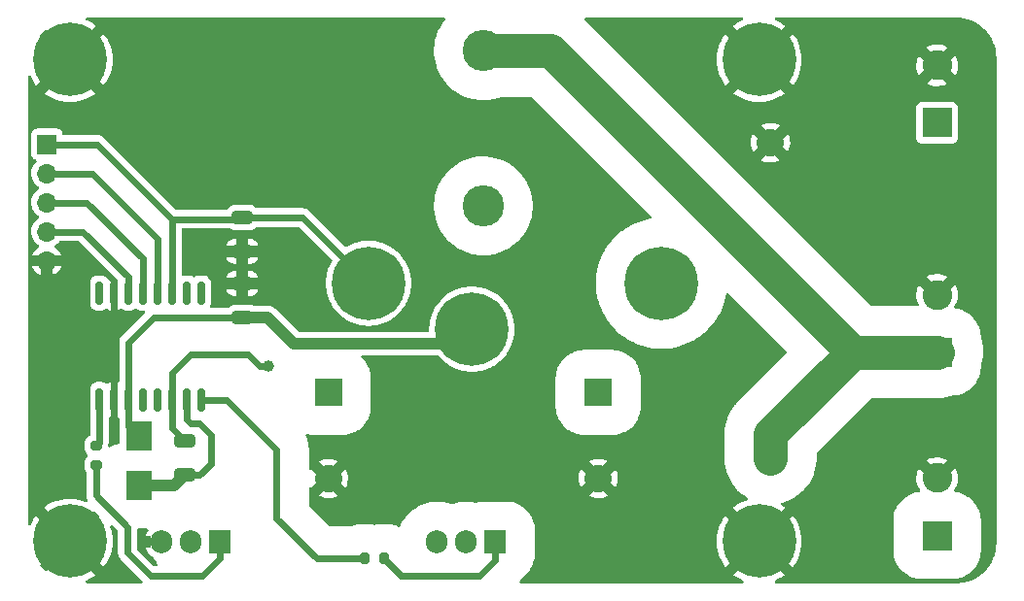
<source format=gtl>
%TF.GenerationSoftware,KiCad,Pcbnew,(6.0.6-1)-1*%
%TF.CreationDate,2022-07-07T18:25:43+02:00*%
%TF.ProjectId,beef_bridge,62656566-5f62-4726-9964-67652e6b6963,rev?*%
%TF.SameCoordinates,Original*%
%TF.FileFunction,Copper,L1,Top*%
%TF.FilePolarity,Positive*%
%FSLAX46Y46*%
G04 Gerber Fmt 4.6, Leading zero omitted, Abs format (unit mm)*
G04 Created by KiCad (PCBNEW (6.0.6-1)-1) date 2022-07-07 18:25:44*
%MOMM*%
%LPD*%
G01*
G04 APERTURE LIST*
G04 Aperture macros list*
%AMRoundRect*
0 Rectangle with rounded corners*
0 $1 Rounding radius*
0 $2 $3 $4 $5 $6 $7 $8 $9 X,Y pos of 4 corners*
0 Add a 4 corners polygon primitive as box body*
4,1,4,$2,$3,$4,$5,$6,$7,$8,$9,$2,$3,0*
0 Add four circle primitives for the rounded corners*
1,1,$1+$1,$2,$3*
1,1,$1+$1,$4,$5*
1,1,$1+$1,$6,$7*
1,1,$1+$1,$8,$9*
0 Add four rect primitives between the rounded corners*
20,1,$1+$1,$2,$3,$4,$5,0*
20,1,$1+$1,$4,$5,$6,$7,0*
20,1,$1+$1,$6,$7,$8,$9,0*
20,1,$1+$1,$8,$9,$2,$3,0*%
G04 Aperture macros list end*
%TA.AperFunction,ComponentPad*%
%ADD10R,1.905000X2.000000*%
%TD*%
%TA.AperFunction,ComponentPad*%
%ADD11O,1.905000X2.000000*%
%TD*%
%TA.AperFunction,SMDPad,CuDef*%
%ADD12RoundRect,0.250000X0.650000X-0.325000X0.650000X0.325000X-0.650000X0.325000X-0.650000X-0.325000X0*%
%TD*%
%TA.AperFunction,ComponentPad*%
%ADD13R,2.600000X2.600000*%
%TD*%
%TA.AperFunction,ComponentPad*%
%ADD14C,2.600000*%
%TD*%
%TA.AperFunction,SMDPad,CuDef*%
%ADD15R,2.300000X2.500000*%
%TD*%
%TA.AperFunction,SMDPad,CuDef*%
%ADD16RoundRect,0.200000X-0.200000X-0.275000X0.200000X-0.275000X0.200000X0.275000X-0.200000X0.275000X0*%
%TD*%
%TA.AperFunction,ComponentPad*%
%ADD17C,0.800000*%
%TD*%
%TA.AperFunction,ComponentPad*%
%ADD18C,6.400000*%
%TD*%
%TA.AperFunction,ComponentPad*%
%ADD19R,1.700000X1.700000*%
%TD*%
%TA.AperFunction,ComponentPad*%
%ADD20O,1.700000X1.700000*%
%TD*%
%TA.AperFunction,ComponentPad*%
%ADD21C,2.400000*%
%TD*%
%TA.AperFunction,SMDPad,CuDef*%
%ADD22RoundRect,0.150000X0.150000X-0.875000X0.150000X0.875000X-0.150000X0.875000X-0.150000X-0.875000X0*%
%TD*%
%TA.AperFunction,ComponentPad*%
%ADD23R,2.400000X2.400000*%
%TD*%
%TA.AperFunction,ComponentPad*%
%ADD24C,3.600000*%
%TD*%
%TA.AperFunction,SMDPad,CuDef*%
%ADD25RoundRect,0.200000X-0.275000X0.200000X-0.275000X-0.200000X0.275000X-0.200000X0.275000X0.200000X0*%
%TD*%
%TA.AperFunction,ViaPad*%
%ADD26C,2.000000*%
%TD*%
%TA.AperFunction,ViaPad*%
%ADD27C,1.000000*%
%TD*%
%TA.AperFunction,Conductor*%
%ADD28C,0.600000*%
%TD*%
%TA.AperFunction,Conductor*%
%ADD29C,3.000000*%
%TD*%
%TA.AperFunction,Conductor*%
%ADD30C,1.000000*%
%TD*%
G04 APERTURE END LIST*
D10*
%TO.P,Q1,1,G*%
%TO.N,/HOR*%
X151785000Y-124310000D03*
D11*
%TO.P,Q1,2,C*%
%TO.N,/V_{power}*%
X149245000Y-124310000D03*
%TO.P,Q1,3,E*%
%TO.N,/unfiltered*%
X146705000Y-124310000D03*
%TD*%
D12*
%TO.P,C5,1*%
%TO.N,/VB*%
X124750000Y-118475000D03*
%TO.P,C5,2*%
%TO.N,/unfiltered*%
X124750000Y-115525000D03*
%TD*%
D13*
%TO.P,J3,1,Pin_1*%
%TO.N,/out*%
X190245000Y-107755000D03*
D14*
%TO.P,J3,2,Pin_2*%
%TO.N,GND*%
X190245000Y-102755000D03*
%TD*%
D15*
%TO.P,D1,1,K*%
%TO.N,/VB*%
X120745000Y-119405000D03*
%TO.P,D1,2,A*%
%TO.N,/V_{drive}*%
X120745000Y-115105000D03*
%TD*%
D16*
%TO.P,R1,1*%
%TO.N,/HO*%
X140420000Y-125755000D03*
%TO.P,R1,2*%
%TO.N,/HOR*%
X142070000Y-125755000D03*
%TD*%
D12*
%TO.P,C1,1*%
%TO.N,/V_{drive}*%
X129750000Y-104725000D03*
%TO.P,C1,2*%
%TO.N,GND*%
X129750000Y-101775000D03*
%TD*%
D17*
%TO.P,H3,1,1*%
%TO.N,GND*%
X176442056Y-80557944D03*
X172345000Y-82255000D03*
X173047944Y-83952056D03*
D18*
X174745000Y-82255000D03*
D17*
X174745000Y-79855000D03*
X177145000Y-82255000D03*
X173047944Y-80557944D03*
X176442056Y-83952056D03*
X174745000Y-84655000D03*
%TD*%
D13*
%TO.P,J2,1,Pin_1*%
%TO.N,/V_{power}*%
X190245000Y-123755000D03*
D14*
%TO.P,J2,2,Pin_2*%
%TO.N,GND*%
X190245000Y-118755000D03*
%TD*%
D17*
%TO.P,H6,1,1*%
%TO.N,/V_{power}*%
X166245000Y-99355000D03*
X164547944Y-100057944D03*
X167942056Y-100057944D03*
X167942056Y-103452056D03*
X163845000Y-101755000D03*
X164547944Y-103452056D03*
D18*
X166245000Y-101755000D03*
D17*
X166245000Y-104155000D03*
X168645000Y-101755000D03*
%TD*%
D18*
%TO.P,H2,1,1*%
%TO.N,GND*%
X114745000Y-124255000D03*
D17*
X116442056Y-122557944D03*
X113047944Y-125952056D03*
X114745000Y-126655000D03*
X112345000Y-124255000D03*
X113047944Y-122557944D03*
X117145000Y-124255000D03*
X114745000Y-121855000D03*
X116442056Y-125952056D03*
%TD*%
D19*
%TO.P,J4,1,Pin_1*%
%TO.N,/V_{dd}*%
X112745000Y-89635000D03*
D20*
%TO.P,J4,2,Pin_2*%
%TO.N,/HIN*%
X112745000Y-92175000D03*
%TO.P,J4,3,Pin_3*%
%TO.N,/SHUTDOWN*%
X112745000Y-94715000D03*
%TO.P,J4,4,Pin_4*%
%TO.N,/LIN*%
X112745000Y-97255000D03*
%TO.P,J4,5,Pin_5*%
%TO.N,GND*%
X112745000Y-99795000D03*
%TD*%
D21*
%TO.P,C6,1*%
%TO.N,/out*%
X175745000Y-117005000D03*
%TO.P,C6,2*%
%TO.N,GND*%
X175745000Y-89505000D03*
%TD*%
D22*
%TO.P,U1,1,LO*%
%TO.N,Net-(R2-Pad1)*%
X117300000Y-111905000D03*
%TO.P,U1,2,COM*%
%TO.N,GND*%
X118570000Y-111905000D03*
%TO.P,U1,3,VCC*%
%TO.N,/V_{drive}*%
X119840000Y-111905000D03*
%TO.P,U1,4,NC*%
%TO.N,unconnected-(U1-Pad4)*%
X121110000Y-111905000D03*
%TO.P,U1,5,NC*%
%TO.N,unconnected-(U1-Pad5)*%
X122380000Y-111905000D03*
%TO.P,U1,6,VS*%
%TO.N,/unfiltered*%
X123650000Y-111905000D03*
%TO.P,U1,7,VB*%
%TO.N,/VB*%
X124920000Y-111905000D03*
%TO.P,U1,8,HO*%
%TO.N,/HO*%
X126190000Y-111905000D03*
%TO.P,U1,9,NC*%
%TO.N,unconnected-(U1-Pad9)*%
X126190000Y-102605000D03*
%TO.P,U1,10,NC*%
%TO.N,unconnected-(U1-Pad10)*%
X124920000Y-102605000D03*
%TO.P,U1,11,VDD*%
%TO.N,/V_{dd}*%
X123650000Y-102605000D03*
%TO.P,U1,12,HIN*%
%TO.N,/HIN*%
X122380000Y-102605000D03*
%TO.P,U1,13,SD*%
%TO.N,/SHUTDOWN*%
X121110000Y-102605000D03*
%TO.P,U1,14,LIN*%
%TO.N,/LIN*%
X119840000Y-102605000D03*
%TO.P,U1,15,VSS*%
%TO.N,GND*%
X118570000Y-102605000D03*
%TO.P,U1,16,NC*%
%TO.N,unconnected-(U1-Pad16)*%
X117300000Y-102605000D03*
%TD*%
D17*
%TO.P,H7,1,1*%
%TO.N,/V_{dd}*%
X139047944Y-100057944D03*
D18*
X140745000Y-101755000D03*
D17*
X138345000Y-101755000D03*
X143145000Y-101755000D03*
X140745000Y-99355000D03*
X142442056Y-103452056D03*
X142442056Y-100057944D03*
X139047944Y-103452056D03*
X140745000Y-104155000D03*
%TD*%
D23*
%TO.P,C2,1*%
%TO.N,/V_{power}*%
X160745000Y-111277220D03*
D21*
%TO.P,C2,2*%
%TO.N,GND*%
X160745000Y-118777220D03*
%TD*%
D12*
%TO.P,C4,1*%
%TO.N,GND*%
X129750000Y-98975000D03*
%TO.P,C4,2*%
%TO.N,/V_{dd}*%
X129750000Y-96025000D03*
%TD*%
D24*
%TO.P,L1,1,1*%
%TO.N,/unfiltered*%
X150745000Y-95000000D03*
%TO.P,L1,2,2*%
%TO.N,/out*%
X150745000Y-81500000D03*
%TD*%
D17*
%TO.P,H4,1,1*%
%TO.N,GND*%
X173047944Y-122557944D03*
X173047944Y-125952056D03*
X172345000Y-124255000D03*
X174745000Y-121855000D03*
X174745000Y-126655000D03*
X177145000Y-124255000D03*
X176442056Y-125952056D03*
D18*
X174745000Y-124255000D03*
D17*
X176442056Y-122557944D03*
%TD*%
D10*
%TO.P,Q2,1,G*%
%TO.N,Net-(Q2-Pad1)*%
X127785000Y-124310000D03*
D11*
%TO.P,Q2,2,C*%
%TO.N,/unfiltered*%
X125245000Y-124310000D03*
%TO.P,Q2,3,E*%
%TO.N,GND*%
X122705000Y-124310000D03*
%TD*%
D17*
%TO.P,H1,1,1*%
%TO.N,GND*%
X116442056Y-83952056D03*
X113047944Y-83952056D03*
X117145000Y-82255000D03*
D18*
X114745000Y-82255000D03*
D17*
X113047944Y-80557944D03*
X114745000Y-84655000D03*
X116442056Y-80557944D03*
X114745000Y-79855000D03*
X112345000Y-82255000D03*
%TD*%
D23*
%TO.P,C3,1*%
%TO.N,/V_{power}*%
X137245000Y-111277220D03*
D21*
%TO.P,C3,2*%
%TO.N,GND*%
X137245000Y-118777220D03*
%TD*%
D13*
%TO.P,J1,1,Pin_1*%
%TO.N,/V_{drive}*%
X190245000Y-87755000D03*
D14*
%TO.P,J1,2,Pin_2*%
%TO.N,GND*%
X190245000Y-82755000D03*
%TD*%
D25*
%TO.P,R2,1*%
%TO.N,Net-(R2-Pad1)*%
X117000000Y-115925000D03*
%TO.P,R2,2*%
%TO.N,Net-(Q2-Pad1)*%
X117000000Y-117575000D03*
%TD*%
D18*
%TO.P,H5,1,1*%
%TO.N,/V_{drive}*%
X149745000Y-105755000D03*
D17*
X148047944Y-104057944D03*
X151442056Y-104057944D03*
X151442056Y-107452056D03*
X147345000Y-105755000D03*
X148047944Y-107452056D03*
X152145000Y-105755000D03*
X149745000Y-103355000D03*
X149745000Y-108155000D03*
%TD*%
D26*
%TO.N,GND*%
X160250000Y-93000000D03*
X126500000Y-99000000D03*
X143750000Y-81500000D03*
X137250000Y-81500000D03*
X113500000Y-117500000D03*
X171250000Y-87750000D03*
X185500000Y-101250000D03*
X113250000Y-105500000D03*
X113500000Y-111750000D03*
X181000000Y-96750000D03*
X164750000Y-81250000D03*
X126500000Y-93500000D03*
X168000000Y-84500000D03*
X154500000Y-87750000D03*
X143750000Y-89250000D03*
X132500000Y-93500000D03*
X137250000Y-89250000D03*
D27*
%TO.N,/unfiltered*%
X132000000Y-109000000D03*
%TD*%
D28*
%TO.N,Net-(Q2-Pad1)*%
X119750000Y-123000000D02*
X117000000Y-120250000D01*
X127785000Y-124310000D02*
X127785000Y-125715000D01*
X126250000Y-127250000D02*
X121750000Y-127250000D01*
X127785000Y-125715000D02*
X126250000Y-127250000D01*
X117000000Y-120250000D02*
X117000000Y-117575000D01*
X121750000Y-127250000D02*
X119750000Y-125250000D01*
X119750000Y-125250000D02*
X119750000Y-123000000D01*
%TO.N,GND*%
X118570000Y-101506497D02*
X116858503Y-99795000D01*
X116858503Y-99795000D02*
X112745000Y-99795000D01*
X171250000Y-87750000D02*
X168500000Y-85000000D01*
X185500000Y-101250000D02*
X181000000Y-96750000D01*
X126525000Y-98975000D02*
X126500000Y-99000000D01*
X118570000Y-102605000D02*
X118570000Y-101506497D01*
X129750000Y-98975000D02*
X126525000Y-98975000D01*
X113500000Y-117500000D02*
X113500000Y-111750000D01*
X168500000Y-85000000D02*
X168000000Y-84500000D01*
%TO.N,Net-(R2-Pad1)*%
X117300000Y-111905000D02*
X117300000Y-115625000D01*
X117300000Y-115625000D02*
X117000000Y-115925000D01*
%TO.N,/unfiltered*%
X132000000Y-109000000D02*
X131250000Y-109000000D01*
X130250000Y-108000000D02*
X125250000Y-108000000D01*
X125250000Y-108000000D02*
X123650000Y-109600000D01*
X123650000Y-109600000D02*
X123650000Y-111905000D01*
X123650000Y-114425000D02*
X124750000Y-115525000D01*
X131250000Y-109000000D02*
X130250000Y-108000000D01*
X123650000Y-111905000D02*
X123650000Y-114425000D01*
D29*
%TO.N,/out*%
X190245000Y-107755000D02*
X182868550Y-107755000D01*
X156613550Y-81500000D02*
X173447777Y-98334227D01*
X150745000Y-81500000D02*
X156613550Y-81500000D01*
X182868550Y-107755000D02*
X175745000Y-114878550D01*
X182868550Y-107755000D02*
X173447777Y-98334227D01*
X175745000Y-114878550D02*
X175745000Y-117005000D01*
D28*
%TO.N,/V_{drive}*%
X119840000Y-114200000D02*
X120745000Y-115105000D01*
D30*
X148500000Y-107000000D02*
X134250000Y-107000000D01*
D28*
X119840000Y-111905000D02*
X119840000Y-114200000D01*
X119840000Y-106910000D02*
X122025000Y-104725000D01*
X122025000Y-104725000D02*
X129750000Y-104725000D01*
X119840000Y-111905000D02*
X119840000Y-106910000D01*
D30*
X149745000Y-105755000D02*
X148500000Y-107000000D01*
X131975000Y-104725000D02*
X129750000Y-104725000D01*
X134250000Y-107000000D02*
X131975000Y-104725000D01*
D28*
%TO.N,/V_{dd}*%
X129750000Y-96025000D02*
X135015000Y-96025000D01*
X123650000Y-96160000D02*
X129615000Y-96160000D01*
X123650000Y-97350000D02*
X123650000Y-96160000D01*
X129615000Y-96160000D02*
X129750000Y-96025000D01*
X117125000Y-89635000D02*
X112745000Y-89635000D01*
X123650000Y-96160000D02*
X117125000Y-89635000D01*
X123650000Y-102605000D02*
X123650000Y-97350000D01*
X135015000Y-96025000D02*
X140745000Y-101755000D01*
%TO.N,/HIN*%
X116665000Y-92175000D02*
X112745000Y-92175000D01*
X122380000Y-97890000D02*
X116665000Y-92175000D01*
X122380000Y-102605000D02*
X122380000Y-97890000D01*
%TO.N,/LIN*%
X115873433Y-97255000D02*
X112745000Y-97255000D01*
X119840000Y-102605000D02*
X119840000Y-101221567D01*
X119840000Y-101221567D02*
X115873433Y-97255000D01*
%TO.N,/SHUTDOWN*%
X121110000Y-99620000D02*
X116205000Y-94715000D01*
X121110000Y-102605000D02*
X121110000Y-99620000D01*
X116205000Y-94715000D02*
X112745000Y-94715000D01*
%TO.N,/VB*%
X125250000Y-114000000D02*
X126000000Y-114000000D01*
X126025000Y-118475000D02*
X124750000Y-118475000D01*
X124920000Y-111905000D02*
X124920000Y-113670000D01*
D30*
X120745000Y-119405000D02*
X123820000Y-119405000D01*
D28*
X126000000Y-114000000D02*
X127000000Y-115000000D01*
X127000000Y-115000000D02*
X127000000Y-117500000D01*
D30*
X123820000Y-119405000D02*
X124750000Y-118475000D01*
D28*
X124920000Y-113670000D02*
X125250000Y-114000000D01*
X127000000Y-117500000D02*
X126025000Y-118475000D01*
%TO.N,/HOR*%
X151785000Y-125910000D02*
X150440000Y-127255000D01*
X150440000Y-127255000D02*
X143570000Y-127255000D01*
X151785000Y-124310000D02*
X151785000Y-125910000D01*
X143570000Y-127255000D02*
X142070000Y-125755000D01*
%TO.N,/HO*%
X128395000Y-111905000D02*
X132745000Y-116255000D01*
X132745000Y-116255000D02*
X132745000Y-122255000D01*
X132745000Y-122255000D02*
X136245000Y-125755000D01*
X136245000Y-125755000D02*
X140420000Y-125755000D01*
X126190000Y-111905000D02*
X128395000Y-111905000D01*
%TD*%
%TA.AperFunction,Conductor*%
%TO.N,GND*%
G36*
X147366532Y-78611929D02*
G01*
X147413025Y-78665585D01*
X147423129Y-78735859D01*
X147399172Y-78793579D01*
X147184106Y-79080019D01*
X146972169Y-79425869D01*
X146793720Y-79790129D01*
X146792673Y-79792899D01*
X146792672Y-79792902D01*
X146651391Y-80166790D01*
X146651387Y-80166801D01*
X146650343Y-80169565D01*
X146649562Y-80172419D01*
X146649559Y-80172429D01*
X146544097Y-80557933D01*
X146543310Y-80560811D01*
X146473572Y-80960393D01*
X146473340Y-80963341D01*
X146446861Y-81299789D01*
X146441747Y-81364765D01*
X146448119Y-81770337D01*
X146448446Y-81773296D01*
X146448446Y-81773301D01*
X146487401Y-82126152D01*
X146492629Y-82173509D01*
X146493231Y-82176417D01*
X146493232Y-82176422D01*
X146546911Y-82435625D01*
X146574884Y-82570704D01*
X146575757Y-82573540D01*
X146575757Y-82573542D01*
X146635523Y-82767812D01*
X146694154Y-82958394D01*
X146849378Y-83333140D01*
X147039181Y-83691615D01*
X147040806Y-83694089D01*
X147040812Y-83694099D01*
X147251800Y-84015297D01*
X147261877Y-84030637D01*
X147328914Y-84114313D01*
X147497454Y-84324685D01*
X147515489Y-84347197D01*
X147797767Y-84638485D01*
X148106204Y-84901915D01*
X148438064Y-85135150D01*
X148563913Y-85206933D01*
X148787824Y-85334650D01*
X148787829Y-85334653D01*
X148790400Y-85336119D01*
X149160085Y-85503038D01*
X149543838Y-85634426D01*
X149546712Y-85635116D01*
X149546719Y-85635118D01*
X149825538Y-85702056D01*
X149938253Y-85729117D01*
X149941185Y-85729534D01*
X149941194Y-85729536D01*
X150336890Y-85785852D01*
X150336893Y-85785852D01*
X150339828Y-85786270D01*
X150342793Y-85786410D01*
X150342795Y-85786410D01*
X150742031Y-85805237D01*
X150745000Y-85805377D01*
X150747969Y-85805237D01*
X151147205Y-85786410D01*
X151147207Y-85786410D01*
X151150172Y-85786270D01*
X151153107Y-85785852D01*
X151153110Y-85785852D01*
X151548806Y-85729536D01*
X151548815Y-85729534D01*
X151551747Y-85729117D01*
X151664462Y-85702056D01*
X151943281Y-85635118D01*
X151943288Y-85635116D01*
X151946162Y-85634426D01*
X152317487Y-85507293D01*
X152358301Y-85500500D01*
X154904299Y-85500500D01*
X154972420Y-85520502D01*
X154993394Y-85537405D01*
X165372953Y-95916964D01*
X165406979Y-95979276D01*
X165401914Y-96050091D01*
X165359367Y-96106927D01*
X165308010Y-96129722D01*
X164922792Y-96204950D01*
X164920314Y-96205649D01*
X164920305Y-96205651D01*
X164474971Y-96331248D01*
X164472475Y-96331952D01*
X164470048Y-96332857D01*
X164046898Y-96490646D01*
X164034079Y-96495426D01*
X164031722Y-96496532D01*
X164031721Y-96496533D01*
X163924055Y-96547082D01*
X163610551Y-96694271D01*
X163608319Y-96695552D01*
X163608313Y-96695555D01*
X163206970Y-96925873D01*
X163206962Y-96925878D01*
X163204742Y-96927152D01*
X162819378Y-97192500D01*
X162817379Y-97194133D01*
X162817374Y-97194137D01*
X162783645Y-97221695D01*
X162457053Y-97488532D01*
X162120202Y-97813257D01*
X162118510Y-97815180D01*
X162118501Y-97815189D01*
X161913557Y-98048063D01*
X161811092Y-98164492D01*
X161809557Y-98166555D01*
X161809549Y-98166565D01*
X161684659Y-98334423D01*
X161531800Y-98539873D01*
X161530432Y-98542067D01*
X161530431Y-98542068D01*
X161347961Y-98834650D01*
X161284206Y-98936877D01*
X161283024Y-98939172D01*
X161094489Y-99305237D01*
X161069975Y-99352833D01*
X161068991Y-99355203D01*
X160893359Y-99778171D01*
X160890546Y-99784945D01*
X160747128Y-100230305D01*
X160746544Y-100232803D01*
X160746543Y-100232808D01*
X160731258Y-100298233D01*
X160640684Y-100685920D01*
X160640302Y-100688490D01*
X160640302Y-100688491D01*
X160574055Y-101134423D01*
X160571930Y-101148724D01*
X160541329Y-101615605D01*
X160545790Y-101884638D01*
X160548728Y-102061754D01*
X160549087Y-102083424D01*
X160549341Y-102085989D01*
X160549341Y-102085993D01*
X160594003Y-102537439D01*
X160595150Y-102549035D01*
X160633343Y-102758160D01*
X160677074Y-102997603D01*
X160679211Y-103009305D01*
X160679881Y-103011796D01*
X160788567Y-103416008D01*
X160800702Y-103461140D01*
X160898449Y-103733386D01*
X160951315Y-103880629D01*
X160958808Y-103901500D01*
X161152464Y-104327425D01*
X161153720Y-104329676D01*
X161153721Y-104329679D01*
X161310418Y-104610630D01*
X161380369Y-104736050D01*
X161381805Y-104738191D01*
X161612504Y-105082154D01*
X161640990Y-105124626D01*
X161769301Y-105285647D01*
X161902472Y-105452766D01*
X161932573Y-105490541D01*
X162145861Y-105717273D01*
X162220244Y-105796344D01*
X162253159Y-105831334D01*
X162255065Y-105833053D01*
X162255073Y-105833061D01*
X162428865Y-105989818D01*
X162600591Y-106144712D01*
X162972532Y-106428569D01*
X162974694Y-106429955D01*
X162974705Y-106429962D01*
X163364311Y-106679605D01*
X163364319Y-106679610D01*
X163366481Y-106680995D01*
X163368759Y-106682204D01*
X163368763Y-106682206D01*
X163698302Y-106857056D01*
X163779789Y-106900292D01*
X163782148Y-106901305D01*
X163782149Y-106901306D01*
X164207312Y-107083971D01*
X164207326Y-107083976D01*
X164209676Y-107084986D01*
X164212111Y-107085803D01*
X164212116Y-107085805D01*
X164650800Y-107233013D01*
X164650811Y-107233016D01*
X164653251Y-107233835D01*
X164655751Y-107234451D01*
X164655760Y-107234454D01*
X165105039Y-107345223D01*
X165105048Y-107345225D01*
X165107531Y-107345837D01*
X165110064Y-107346245D01*
X165566926Y-107419832D01*
X165566933Y-107419833D01*
X165569461Y-107420240D01*
X165572020Y-107420439D01*
X165572027Y-107420440D01*
X166033360Y-107456342D01*
X166033368Y-107456342D01*
X166035934Y-107456542D01*
X166038505Y-107456531D01*
X166038511Y-107456531D01*
X166269873Y-107455522D01*
X166503813Y-107454501D01*
X166969951Y-107414129D01*
X166972501Y-107413695D01*
X166972512Y-107413694D01*
X167428674Y-107336130D01*
X167428677Y-107336129D01*
X167431214Y-107335698D01*
X167884499Y-107219736D01*
X168326759Y-107067022D01*
X168755018Y-106878583D01*
X168757291Y-106877352D01*
X168757296Y-106877349D01*
X169164121Y-106656920D01*
X169164127Y-106656916D01*
X169166396Y-106655687D01*
X169190799Y-106639749D01*
X169363275Y-106527099D01*
X169558128Y-106399834D01*
X169623968Y-106348671D01*
X169925531Y-106114333D01*
X169925536Y-106114329D01*
X169927578Y-106112742D01*
X170150129Y-105908454D01*
X170270354Y-105798095D01*
X170270360Y-105798089D01*
X170272261Y-105796344D01*
X170274010Y-105794452D01*
X170274016Y-105794446D01*
X170588111Y-105454659D01*
X170589861Y-105452766D01*
X170698367Y-105314135D01*
X170876645Y-105086359D01*
X170876646Y-105086357D01*
X170878240Y-105084321D01*
X171068444Y-104795314D01*
X171134042Y-104695640D01*
X171134045Y-104695635D01*
X171135460Y-104693485D01*
X171233121Y-104514734D01*
X171358547Y-104285163D01*
X171358552Y-104285154D01*
X171359790Y-104282887D01*
X171549723Y-103855288D01*
X171554070Y-103842842D01*
X171703126Y-103416008D01*
X171703127Y-103416005D01*
X171703979Y-103413565D01*
X171714505Y-103373012D01*
X171741658Y-103268393D01*
X171821523Y-102960687D01*
X171821961Y-102958162D01*
X171821964Y-102958150D01*
X171856688Y-102758160D01*
X171868033Y-102692821D01*
X171899393Y-102629127D01*
X171960211Y-102592499D01*
X172031178Y-102594566D01*
X172081270Y-102625282D01*
X177121893Y-107665905D01*
X177155919Y-107728217D01*
X177150854Y-107799032D01*
X177121893Y-107844095D01*
X172943923Y-112022065D01*
X172942277Y-112023682D01*
X172825131Y-112136611D01*
X172738104Y-112239049D01*
X172735560Y-112241948D01*
X172645400Y-112341556D01*
X172610549Y-112388741D01*
X172605221Y-112395462D01*
X172569276Y-112437772D01*
X172567240Y-112440169D01*
X172490843Y-112550705D01*
X172488579Y-112553873D01*
X172408751Y-112661951D01*
X172407145Y-112664651D01*
X172407140Y-112664658D01*
X172378748Y-112712381D01*
X172374116Y-112719596D01*
X172340773Y-112767840D01*
X172339252Y-112770590D01*
X172275760Y-112885367D01*
X172273790Y-112888799D01*
X172245878Y-112935716D01*
X172205095Y-113004267D01*
X172195982Y-113023766D01*
X172180259Y-113057407D01*
X172176366Y-113065048D01*
X172147969Y-113116383D01*
X172146736Y-113119252D01*
X172146731Y-113119263D01*
X172094928Y-113239839D01*
X172093308Y-113243450D01*
X172036445Y-113365117D01*
X172018388Y-113416534D01*
X172017010Y-113420459D01*
X172013896Y-113428447D01*
X171990737Y-113482352D01*
X171989794Y-113485335D01*
X171989791Y-113485342D01*
X171950226Y-113610447D01*
X171948975Y-113614197D01*
X171904468Y-113740933D01*
X171903730Y-113743970D01*
X171903729Y-113743975D01*
X171890626Y-113797931D01*
X171888320Y-113806190D01*
X171870629Y-113862128D01*
X171869985Y-113865196D01*
X171869985Y-113865197D01*
X171843039Y-113993619D01*
X171842165Y-113997480D01*
X171810469Y-114127998D01*
X171810036Y-114131096D01*
X171810035Y-114131103D01*
X171802356Y-114186093D01*
X171800883Y-114194535D01*
X171788835Y-114251955D01*
X171788500Y-114255060D01*
X171788499Y-114255069D01*
X171774445Y-114385510D01*
X171773962Y-114389414D01*
X171755378Y-114522486D01*
X171755255Y-114525616D01*
X171753074Y-114581111D01*
X171752446Y-114589660D01*
X171746163Y-114647978D01*
X171744500Y-114705708D01*
X171744500Y-114796886D01*
X171744403Y-114801832D01*
X171739741Y-114920494D01*
X171739929Y-114923612D01*
X171739929Y-114923615D01*
X171744272Y-114995654D01*
X171744500Y-115003236D01*
X171744500Y-117105013D01*
X171744578Y-117106576D01*
X171744578Y-117106584D01*
X171747814Y-117171587D01*
X171759326Y-117402823D01*
X171818544Y-117796712D01*
X171819315Y-117799747D01*
X171819315Y-117799748D01*
X171897400Y-118107206D01*
X171916591Y-118182772D01*
X171917661Y-118185719D01*
X171917661Y-118185720D01*
X172051430Y-118554248D01*
X172051434Y-118554258D01*
X172052497Y-118557186D01*
X172224917Y-118916249D01*
X172432146Y-119256413D01*
X172434041Y-119258923D01*
X172669005Y-119570165D01*
X172672136Y-119574313D01*
X172674246Y-119576595D01*
X172674253Y-119576604D01*
X172857705Y-119775060D01*
X172942513Y-119866805D01*
X172944860Y-119868885D01*
X172944865Y-119868890D01*
X173105208Y-120010999D01*
X173240604Y-120130998D01*
X173563460Y-120364277D01*
X173566159Y-120365845D01*
X173566161Y-120365846D01*
X173606118Y-120389055D01*
X173731582Y-120461930D01*
X173735550Y-120464235D01*
X173784408Y-120515746D01*
X173797662Y-120585494D01*
X173771102Y-120651336D01*
X173713163Y-120692367D01*
X173704876Y-120694895D01*
X173600798Y-120722783D01*
X173594502Y-120724829D01*
X173237836Y-120861740D01*
X173231811Y-120864422D01*
X172891397Y-121037872D01*
X172885687Y-121041169D01*
X172565265Y-121249253D01*
X172559939Y-121253123D01*
X172513397Y-121290812D01*
X172504931Y-121303067D01*
X172511265Y-121314158D01*
X174732188Y-123535081D01*
X174746132Y-123542695D01*
X174747965Y-123542564D01*
X174754580Y-123538313D01*
X176977869Y-121315024D01*
X176985010Y-121301948D01*
X176977553Y-121291581D01*
X176930065Y-121253126D01*
X176924728Y-121249249D01*
X176706139Y-121107295D01*
X176659902Y-121053419D01*
X176650133Y-120983098D01*
X176679933Y-120918658D01*
X176741197Y-120880176D01*
X177002690Y-120807904D01*
X177005610Y-120806774D01*
X177005614Y-120806773D01*
X177371242Y-120665322D01*
X177371247Y-120665320D01*
X177374175Y-120664187D01*
X177376969Y-120662772D01*
X177376977Y-120662769D01*
X177726746Y-120485704D01*
X177729549Y-120484285D01*
X177741367Y-120476742D01*
X178062656Y-120271664D01*
X178065299Y-120269977D01*
X178378103Y-120023382D01*
X178380359Y-120021207D01*
X178380365Y-120021202D01*
X178509325Y-119896884D01*
X178664869Y-119746939D01*
X178717678Y-119684779D01*
X178920726Y-119445776D01*
X178920733Y-119445768D01*
X178922760Y-119443381D01*
X178973059Y-119370605D01*
X179147450Y-119118282D01*
X179147455Y-119118273D01*
X179149227Y-119115710D01*
X179342031Y-118767167D01*
X179490063Y-118422611D01*
X179498031Y-118404066D01*
X179498032Y-118404063D01*
X179499263Y-118401198D01*
X179507159Y-118376233D01*
X179557976Y-118215550D01*
X179619371Y-118021422D01*
X179626663Y-117986671D01*
X179700521Y-117634664D01*
X179701165Y-117631595D01*
X179725483Y-117405910D01*
X179743573Y-117238024D01*
X179743573Y-117238019D01*
X179743837Y-117235572D01*
X179745500Y-117177842D01*
X179745500Y-117170829D01*
X189372076Y-117170829D01*
X189373829Y-117176722D01*
X190232188Y-118035081D01*
X190246132Y-118042695D01*
X190247965Y-118042564D01*
X190254580Y-118038313D01*
X191108781Y-117184112D01*
X191115541Y-117171732D01*
X191111487Y-117166316D01*
X190928376Y-117076016D01*
X190919743Y-117072528D01*
X190672703Y-116993450D01*
X190663643Y-116991274D01*
X190407630Y-116949580D01*
X190398343Y-116948768D01*
X190138992Y-116945373D01*
X190129681Y-116945943D01*
X189872682Y-116980919D01*
X189863546Y-116982860D01*
X189614543Y-117055439D01*
X189605800Y-117058707D01*
X189382700Y-117161557D01*
X189372076Y-117170829D01*
X179745500Y-117170829D01*
X179745500Y-116587801D01*
X179765502Y-116519680D01*
X179782405Y-116498706D01*
X184488707Y-111792405D01*
X184551019Y-111758379D01*
X184577802Y-111755500D01*
X190345013Y-111755500D01*
X190346576Y-111755422D01*
X190346584Y-111755422D01*
X190443622Y-111750591D01*
X190642823Y-111740674D01*
X190645908Y-111740210D01*
X190645910Y-111740210D01*
X191033619Y-111681921D01*
X191036712Y-111681456D01*
X191044575Y-111679459D01*
X191419729Y-111584182D01*
X191419732Y-111584181D01*
X191422772Y-111583409D01*
X191425720Y-111582339D01*
X191478830Y-111563061D01*
X191521821Y-111555500D01*
X191649840Y-111555500D01*
X191651320Y-111555430D01*
X191651329Y-111555430D01*
X191764398Y-111550098D01*
X191780783Y-111549325D01*
X191917780Y-111527627D01*
X192087640Y-111500724D01*
X192087645Y-111500723D01*
X192091546Y-111500105D01*
X192095346Y-111499001D01*
X192389887Y-111413429D01*
X192389893Y-111413427D01*
X192393689Y-111412324D01*
X192571151Y-111335529D01*
X192678809Y-111288942D01*
X192678812Y-111288940D01*
X192682448Y-111287367D01*
X192953268Y-111127204D01*
X193201880Y-110934361D01*
X193424361Y-110711880D01*
X193617204Y-110463268D01*
X193625535Y-110449182D01*
X193775346Y-110195865D01*
X193777367Y-110192448D01*
X193902324Y-109903689D01*
X193990105Y-109601546D01*
X193996798Y-109559292D01*
X194027531Y-109365248D01*
X194039325Y-109290783D01*
X194045500Y-109159840D01*
X194045500Y-109025546D01*
X194052187Y-108985045D01*
X194096228Y-108855305D01*
X194096229Y-108855302D01*
X194097235Y-108852338D01*
X194097939Y-108849300D01*
X194097942Y-108849290D01*
X194186470Y-108467351D01*
X194186470Y-108467349D01*
X194187175Y-108464309D01*
X194233595Y-108104433D01*
X194237730Y-108072376D01*
X194237730Y-108072373D01*
X194238131Y-108069266D01*
X194249601Y-107671116D01*
X194243288Y-107581945D01*
X194221691Y-107276930D01*
X194221469Y-107273794D01*
X194154014Y-106881232D01*
X194148453Y-106861109D01*
X194050053Y-106505085D01*
X194045500Y-106471519D01*
X194045500Y-106350160D01*
X194044677Y-106332694D01*
X194039488Y-106222674D01*
X194039325Y-106219217D01*
X193993198Y-105927980D01*
X193990724Y-105912360D01*
X193990723Y-105912355D01*
X193990105Y-105908454D01*
X193968201Y-105833061D01*
X193903429Y-105610113D01*
X193903427Y-105610107D01*
X193902324Y-105606311D01*
X193777367Y-105317552D01*
X193662007Y-105122490D01*
X193619228Y-105050154D01*
X193619226Y-105050151D01*
X193617204Y-105046732D01*
X193424361Y-104798120D01*
X193201880Y-104575639D01*
X192953268Y-104382796D01*
X192682448Y-104222633D01*
X192678812Y-104221060D01*
X192678809Y-104221058D01*
X192534250Y-104158502D01*
X192393689Y-104097676D01*
X192389893Y-104096573D01*
X192389887Y-104096571D01*
X192095346Y-104010999D01*
X192091546Y-104009895D01*
X192087645Y-104009277D01*
X192087640Y-104009276D01*
X191959951Y-103989052D01*
X191824957Y-103967671D01*
X191760805Y-103937260D01*
X191723278Y-103876992D01*
X191724292Y-103806002D01*
X191738698Y-103775060D01*
X191835832Y-103624048D01*
X191840275Y-103615864D01*
X191946807Y-103379370D01*
X191949997Y-103370605D01*
X192020402Y-103120972D01*
X192022262Y-103111830D01*
X192055187Y-102853019D01*
X192055668Y-102846733D01*
X192057987Y-102758160D01*
X192057836Y-102751851D01*
X192038501Y-102491663D01*
X192037125Y-102482457D01*
X191979878Y-102229467D01*
X191977154Y-102220556D01*
X191883145Y-101978811D01*
X191879131Y-101970395D01*
X191836325Y-101895502D01*
X191826160Y-101885725D01*
X191818259Y-101888848D01*
X190334095Y-103373012D01*
X190271783Y-103407038D01*
X190200968Y-103401973D01*
X190155905Y-103373012D01*
X188674543Y-101891650D01*
X188662163Y-101884890D01*
X188654642Y-101890520D01*
X188631971Y-101927882D01*
X188627733Y-101936199D01*
X188527432Y-102175389D01*
X188524471Y-102184239D01*
X188460628Y-102435625D01*
X188459006Y-102444822D01*
X188433020Y-102702885D01*
X188432775Y-102712211D01*
X188445220Y-102971288D01*
X188446356Y-102980543D01*
X188496961Y-103234945D01*
X188499449Y-103243917D01*
X188587095Y-103488033D01*
X188590895Y-103496568D01*
X188629740Y-103568862D01*
X188644364Y-103638336D01*
X188619105Y-103704687D01*
X188561983Y-103746850D01*
X188518748Y-103754500D01*
X184577801Y-103754500D01*
X184509680Y-103734498D01*
X184488706Y-103717595D01*
X181941940Y-101170829D01*
X189372076Y-101170829D01*
X189373829Y-101176722D01*
X190232188Y-102035081D01*
X190246132Y-102042695D01*
X190247965Y-102042564D01*
X190254580Y-102038313D01*
X191108781Y-101184112D01*
X191115541Y-101171732D01*
X191111487Y-101166316D01*
X190928376Y-101076016D01*
X190919743Y-101072528D01*
X190672703Y-100993450D01*
X190663643Y-100991274D01*
X190407630Y-100949580D01*
X190398343Y-100948768D01*
X190138992Y-100945373D01*
X190129681Y-100945943D01*
X189872682Y-100980919D01*
X189863546Y-100982860D01*
X189614543Y-101055439D01*
X189605800Y-101058707D01*
X189382700Y-101161557D01*
X189372076Y-101170829D01*
X181941940Y-101170829D01*
X176205858Y-95434746D01*
X176205838Y-95434726D01*
X176205828Y-95434717D01*
X171784132Y-91013020D01*
X174949707Y-91013020D01*
X174954173Y-91018986D01*
X175057892Y-91073555D01*
X175066441Y-91077272D01*
X175297282Y-91157885D01*
X175306291Y-91160299D01*
X175546518Y-91205908D01*
X175555775Y-91206962D01*
X175800107Y-91216563D01*
X175809420Y-91216237D01*
X176052478Y-91189618D01*
X176061655Y-91187917D01*
X176298107Y-91125665D01*
X176306926Y-91122628D01*
X176531582Y-91026108D01*
X176534648Y-91024512D01*
X176543033Y-91015163D01*
X176539146Y-91006253D01*
X175757812Y-90224919D01*
X175743868Y-90217305D01*
X175742035Y-90217436D01*
X175735420Y-90221687D01*
X174956467Y-91000640D01*
X174949707Y-91013020D01*
X171784132Y-91013020D01*
X170235947Y-89464835D01*
X174033022Y-89464835D01*
X174044754Y-89709064D01*
X174045891Y-89718324D01*
X174093593Y-89958143D01*
X174096082Y-89967118D01*
X174178708Y-90197250D01*
X174182503Y-90205775D01*
X174227969Y-90290391D01*
X174237873Y-90300429D01*
X174245106Y-90297787D01*
X175025081Y-89517812D01*
X175031459Y-89506132D01*
X176457305Y-89506132D01*
X176457436Y-89507965D01*
X176461687Y-89514580D01*
X177243364Y-90296257D01*
X177255744Y-90303017D01*
X177260509Y-90299450D01*
X177352572Y-90095076D01*
X177355766Y-90086301D01*
X177422135Y-89850973D01*
X177423993Y-89841844D01*
X177455044Y-89597770D01*
X177455525Y-89591483D01*
X177457706Y-89508160D01*
X177457555Y-89501851D01*
X177439321Y-89256486D01*
X177437944Y-89247280D01*
X177405328Y-89103134D01*
X188436500Y-89103134D01*
X188443255Y-89165316D01*
X188494385Y-89301705D01*
X188581739Y-89418261D01*
X188698295Y-89505615D01*
X188834684Y-89556745D01*
X188896866Y-89563500D01*
X191593134Y-89563500D01*
X191655316Y-89556745D01*
X191791705Y-89505615D01*
X191908261Y-89418261D01*
X191995615Y-89301705D01*
X192046745Y-89165316D01*
X192053500Y-89103134D01*
X192053500Y-86406866D01*
X192046745Y-86344684D01*
X191995615Y-86208295D01*
X191908261Y-86091739D01*
X191791705Y-86004385D01*
X191655316Y-85953255D01*
X191593134Y-85946500D01*
X188896866Y-85946500D01*
X188834684Y-85953255D01*
X188698295Y-86004385D01*
X188581739Y-86091739D01*
X188494385Y-86208295D01*
X188443255Y-86344684D01*
X188436500Y-86406866D01*
X188436500Y-89103134D01*
X177405328Y-89103134D01*
X177383979Y-89008786D01*
X177381255Y-88999875D01*
X177292631Y-88771978D01*
X177288620Y-88763569D01*
X177263029Y-88718795D01*
X177252865Y-88709019D01*
X177244966Y-88712141D01*
X176464919Y-89492188D01*
X176457305Y-89506132D01*
X175031459Y-89506132D01*
X175032695Y-89503868D01*
X175032564Y-89502035D01*
X175028313Y-89495420D01*
X174247344Y-88714451D01*
X174234964Y-88707691D01*
X174227443Y-88713321D01*
X174221322Y-88723409D01*
X174217084Y-88731726D01*
X174122529Y-88957214D01*
X174119572Y-88966052D01*
X174059384Y-89203042D01*
X174057763Y-89212232D01*
X174033267Y-89455510D01*
X174033022Y-89464835D01*
X170235947Y-89464835D01*
X168767315Y-87996203D01*
X174947449Y-87996203D01*
X174949202Y-88002095D01*
X175732188Y-88785081D01*
X175746132Y-88792695D01*
X175747965Y-88792564D01*
X175754580Y-88788313D01*
X176534103Y-88008790D01*
X176540863Y-87996410D01*
X176536809Y-87990994D01*
X176390808Y-87918994D01*
X176382176Y-87915507D01*
X176149288Y-87840958D01*
X176140238Y-87838785D01*
X175898891Y-87799480D01*
X175889602Y-87798668D01*
X175645114Y-87795467D01*
X175635803Y-87796037D01*
X175393522Y-87829010D01*
X175384403Y-87830948D01*
X175149668Y-87899367D01*
X175140915Y-87902639D01*
X174958074Y-87986931D01*
X174947449Y-87996203D01*
X168767315Y-87996203D01*
X165979164Y-85208052D01*
X172504990Y-85208052D01*
X172512447Y-85218419D01*
X172559935Y-85256874D01*
X172565272Y-85260751D01*
X172885685Y-85468830D01*
X172891394Y-85472127D01*
X173231811Y-85645578D01*
X173237836Y-85648260D01*
X173594502Y-85785171D01*
X173600784Y-85787212D01*
X173969816Y-85886094D01*
X173976266Y-85887465D01*
X174353629Y-85947234D01*
X174360167Y-85947920D01*
X174741699Y-85967916D01*
X174748301Y-85967916D01*
X175129833Y-85947920D01*
X175136371Y-85947234D01*
X175513734Y-85887465D01*
X175520184Y-85886094D01*
X175889216Y-85787212D01*
X175895498Y-85785171D01*
X176252164Y-85648260D01*
X176258189Y-85645578D01*
X176598606Y-85472127D01*
X176604315Y-85468830D01*
X176924728Y-85260751D01*
X176930065Y-85256874D01*
X176976603Y-85219188D01*
X176985069Y-85206933D01*
X176978735Y-85195842D01*
X174757812Y-82974919D01*
X174743868Y-82967305D01*
X174742035Y-82967436D01*
X174735420Y-82971687D01*
X172512131Y-85194976D01*
X172504990Y-85208052D01*
X165979164Y-85208052D01*
X163029413Y-82258301D01*
X171032084Y-82258301D01*
X171052080Y-82639833D01*
X171052766Y-82646371D01*
X171112535Y-83023734D01*
X171113906Y-83030184D01*
X171212788Y-83399216D01*
X171214829Y-83405498D01*
X171351740Y-83762164D01*
X171354422Y-83768189D01*
X171527872Y-84108603D01*
X171531169Y-84114313D01*
X171739253Y-84434735D01*
X171743123Y-84440061D01*
X171780812Y-84486603D01*
X171793067Y-84495069D01*
X171804158Y-84488735D01*
X174025081Y-82267812D01*
X174031459Y-82256132D01*
X175457305Y-82256132D01*
X175457436Y-82257965D01*
X175461687Y-82264580D01*
X177684976Y-84487869D01*
X177698052Y-84495010D01*
X177708419Y-84487553D01*
X177746877Y-84440061D01*
X177750747Y-84434735D01*
X177814174Y-84337065D01*
X189375662Y-84337065D01*
X189380128Y-84343031D01*
X189517905Y-84415519D01*
X189526454Y-84419236D01*
X189771327Y-84504749D01*
X189780336Y-84507163D01*
X190035166Y-84555544D01*
X190044423Y-84556598D01*
X190303607Y-84566783D01*
X190312921Y-84566457D01*
X190570753Y-84538220D01*
X190579930Y-84536519D01*
X190830758Y-84470481D01*
X190839574Y-84467445D01*
X191077888Y-84365058D01*
X191086156Y-84360754D01*
X191106267Y-84348309D01*
X191115681Y-84337812D01*
X191111794Y-84328901D01*
X190257812Y-83474919D01*
X190243868Y-83467305D01*
X190242035Y-83467436D01*
X190235420Y-83471687D01*
X189382422Y-84324685D01*
X189375662Y-84337065D01*
X177814174Y-84337065D01*
X177958831Y-84114313D01*
X177962128Y-84108603D01*
X178135578Y-83768189D01*
X178138260Y-83762164D01*
X178275171Y-83405498D01*
X178277212Y-83399216D01*
X178376094Y-83030184D01*
X178377465Y-83023734D01*
X178426806Y-82712211D01*
X188432775Y-82712211D01*
X188445220Y-82971288D01*
X188446356Y-82980543D01*
X188496961Y-83234945D01*
X188499449Y-83243917D01*
X188587095Y-83488033D01*
X188590895Y-83496568D01*
X188654121Y-83614238D01*
X188664026Y-83624277D01*
X188671258Y-83621635D01*
X189525081Y-82767812D01*
X189531459Y-82756132D01*
X190957305Y-82756132D01*
X190957436Y-82757965D01*
X190961687Y-82764580D01*
X191817275Y-83620168D01*
X191829655Y-83626928D01*
X191837426Y-83621111D01*
X191840279Y-83615855D01*
X191946807Y-83379370D01*
X191949997Y-83370605D01*
X192020402Y-83120972D01*
X192022262Y-83111830D01*
X192055187Y-82853019D01*
X192055668Y-82846733D01*
X192057987Y-82758160D01*
X192057836Y-82751851D01*
X192038501Y-82491663D01*
X192037125Y-82482457D01*
X191979878Y-82229467D01*
X191977154Y-82220556D01*
X191883145Y-81978811D01*
X191879131Y-81970395D01*
X191836325Y-81895502D01*
X191826160Y-81885725D01*
X191818259Y-81888848D01*
X190964919Y-82742188D01*
X190957305Y-82756132D01*
X189531459Y-82756132D01*
X189532695Y-82753868D01*
X189532564Y-82752035D01*
X189528313Y-82745420D01*
X188674543Y-81891650D01*
X188662163Y-81884890D01*
X188654642Y-81890520D01*
X188631971Y-81927882D01*
X188627733Y-81936199D01*
X188527432Y-82175389D01*
X188524471Y-82184239D01*
X188460628Y-82435625D01*
X188459006Y-82444822D01*
X188433020Y-82702885D01*
X188432775Y-82712211D01*
X178426806Y-82712211D01*
X178437234Y-82646371D01*
X178437920Y-82639833D01*
X178457916Y-82258301D01*
X178457916Y-82251699D01*
X178437920Y-81870167D01*
X178437234Y-81863629D01*
X178377465Y-81486266D01*
X178376094Y-81479816D01*
X178293301Y-81170829D01*
X189372076Y-81170829D01*
X189373829Y-81176722D01*
X190232188Y-82035081D01*
X190246132Y-82042695D01*
X190247965Y-82042564D01*
X190254580Y-82038313D01*
X191108781Y-81184112D01*
X191115541Y-81171732D01*
X191111487Y-81166316D01*
X190928376Y-81076016D01*
X190919743Y-81072528D01*
X190672703Y-80993450D01*
X190663643Y-80991274D01*
X190407630Y-80949580D01*
X190398343Y-80948768D01*
X190138992Y-80945373D01*
X190129681Y-80945943D01*
X189872682Y-80980919D01*
X189863546Y-80982860D01*
X189614543Y-81055439D01*
X189605800Y-81058707D01*
X189382700Y-81161557D01*
X189372076Y-81170829D01*
X178293301Y-81170829D01*
X178277212Y-81110784D01*
X178275171Y-81104502D01*
X178138260Y-80747836D01*
X178135578Y-80741811D01*
X177962128Y-80401397D01*
X177958831Y-80395687D01*
X177750747Y-80075265D01*
X177746877Y-80069939D01*
X177709188Y-80023397D01*
X177696933Y-80014931D01*
X177685842Y-80021265D01*
X175464919Y-82242188D01*
X175457305Y-82256132D01*
X174031459Y-82256132D01*
X174032695Y-82253868D01*
X174032564Y-82252035D01*
X174028313Y-82245420D01*
X171805024Y-80022131D01*
X171791948Y-80014990D01*
X171781581Y-80022447D01*
X171743123Y-80069939D01*
X171739253Y-80075265D01*
X171531169Y-80395687D01*
X171527872Y-80401397D01*
X171354422Y-80741811D01*
X171351740Y-80747836D01*
X171214829Y-81104502D01*
X171212788Y-81110784D01*
X171113906Y-81479816D01*
X171112535Y-81486266D01*
X171052766Y-81863629D01*
X171052080Y-81870167D01*
X171032084Y-82251699D01*
X171032084Y-82258301D01*
X163029413Y-82258301D01*
X159578134Y-78807022D01*
X159544108Y-78744710D01*
X159549173Y-78673895D01*
X159591720Y-78617059D01*
X159658240Y-78592248D01*
X159667229Y-78591927D01*
X173260888Y-78591927D01*
X173329009Y-78611929D01*
X173375502Y-78665585D01*
X173385606Y-78735859D01*
X173356112Y-78800439D01*
X173306042Y-78835558D01*
X173237836Y-78861740D01*
X173231811Y-78864422D01*
X172891397Y-79037872D01*
X172885687Y-79041169D01*
X172565265Y-79249253D01*
X172559939Y-79253123D01*
X172513397Y-79290812D01*
X172504931Y-79303067D01*
X172511265Y-79314158D01*
X174732188Y-81535081D01*
X174746132Y-81542695D01*
X174747965Y-81542564D01*
X174754580Y-81538313D01*
X176977869Y-79315024D01*
X176985010Y-79301948D01*
X176977553Y-79291581D01*
X176930065Y-79253126D01*
X176924728Y-79249249D01*
X176604315Y-79041170D01*
X176598606Y-79037873D01*
X176258189Y-78864422D01*
X176252164Y-78861740D01*
X176183958Y-78835558D01*
X176127530Y-78792472D01*
X176103353Y-78725719D01*
X176119104Y-78656492D01*
X176169782Y-78606770D01*
X176229112Y-78591927D01*
X191867209Y-78591927D01*
X191886594Y-78593427D01*
X191901427Y-78595737D01*
X191901431Y-78595737D01*
X191910300Y-78597118D01*
X191929655Y-78594587D01*
X191952170Y-78593675D01*
X192252631Y-78608434D01*
X192264918Y-78609644D01*
X192591615Y-78658103D01*
X192603733Y-78660513D01*
X192657157Y-78673895D01*
X192924098Y-78740759D01*
X192935931Y-78744348D01*
X193246890Y-78855610D01*
X193258313Y-78860342D01*
X193556871Y-79001548D01*
X193567758Y-79007367D01*
X193851049Y-79177163D01*
X193861325Y-79184030D01*
X194126598Y-79380769D01*
X194136137Y-79388596D01*
X194380863Y-79610404D01*
X194389596Y-79619137D01*
X194611404Y-79863863D01*
X194619231Y-79873402D01*
X194764992Y-80069939D01*
X194815970Y-80138675D01*
X194822837Y-80148951D01*
X194992633Y-80432242D01*
X194998452Y-80443129D01*
X195139658Y-80741687D01*
X195144390Y-80753110D01*
X195255652Y-81064069D01*
X195259241Y-81075902D01*
X195339486Y-81396264D01*
X195341897Y-81408385D01*
X195390356Y-81735082D01*
X195391566Y-81747371D01*
X195392840Y-81773301D01*
X195405962Y-82040454D01*
X195404614Y-82066016D01*
X195404263Y-82068269D01*
X195404263Y-82068280D01*
X195402882Y-82077148D01*
X195404046Y-82086051D01*
X195404046Y-82086056D01*
X195407009Y-82108718D01*
X195408073Y-82125054D01*
X195408073Y-124377209D01*
X195406573Y-124396594D01*
X195404263Y-124411427D01*
X195404263Y-124411431D01*
X195402882Y-124420300D01*
X195405413Y-124439655D01*
X195406325Y-124462170D01*
X195393122Y-124730970D01*
X195391567Y-124762623D01*
X195390356Y-124774918D01*
X195342126Y-125100070D01*
X195341898Y-125101609D01*
X195339486Y-125113736D01*
X195259241Y-125434098D01*
X195255652Y-125445931D01*
X195144390Y-125756890D01*
X195139658Y-125768313D01*
X194998452Y-126066871D01*
X194992633Y-126077758D01*
X194822840Y-126361044D01*
X194815970Y-126371325D01*
X194773459Y-126428645D01*
X194619231Y-126636598D01*
X194611404Y-126646137D01*
X194426482Y-126850166D01*
X194389601Y-126890858D01*
X194380863Y-126899596D01*
X194136137Y-127121404D01*
X194126598Y-127129231D01*
X193954491Y-127256874D01*
X193861325Y-127325970D01*
X193851049Y-127332837D01*
X193567758Y-127502633D01*
X193556871Y-127508452D01*
X193258313Y-127649658D01*
X193246890Y-127654390D01*
X192935931Y-127765652D01*
X192924098Y-127769241D01*
X192904536Y-127774141D01*
X192603733Y-127849487D01*
X192591615Y-127851897D01*
X192264918Y-127900356D01*
X192252629Y-127901566D01*
X192135870Y-127907301D01*
X191959546Y-127915962D01*
X191933984Y-127914614D01*
X191931731Y-127914263D01*
X191931720Y-127914263D01*
X191922852Y-127912882D01*
X191913949Y-127914046D01*
X191913944Y-127914046D01*
X191891282Y-127917009D01*
X191874946Y-127918073D01*
X176229112Y-127918073D01*
X176160991Y-127898071D01*
X176114498Y-127844415D01*
X176104394Y-127774141D01*
X176133888Y-127709561D01*
X176183958Y-127674442D01*
X176252164Y-127648260D01*
X176258189Y-127645578D01*
X176598606Y-127472127D01*
X176604315Y-127468830D01*
X176924728Y-127260751D01*
X176930065Y-127256874D01*
X176976603Y-127219188D01*
X176985069Y-127206933D01*
X176978735Y-127195842D01*
X174757812Y-124974919D01*
X174743868Y-124967305D01*
X174742035Y-124967436D01*
X174735420Y-124971687D01*
X172512131Y-127194976D01*
X172504990Y-127208052D01*
X172512447Y-127218419D01*
X172559935Y-127256874D01*
X172565272Y-127260751D01*
X172885685Y-127468830D01*
X172891394Y-127472127D01*
X173231811Y-127645578D01*
X173237836Y-127648260D01*
X173306042Y-127674442D01*
X173362470Y-127717528D01*
X173386647Y-127784281D01*
X173370896Y-127853508D01*
X173320218Y-127903230D01*
X173260888Y-127918073D01*
X154030385Y-127918073D01*
X153962264Y-127898071D01*
X153915771Y-127844415D01*
X153905667Y-127774141D01*
X153937712Y-127706705D01*
X153953456Y-127689614D01*
X153953459Y-127689610D01*
X153955952Y-127686904D01*
X153966654Y-127672147D01*
X153974502Y-127662386D01*
X153984186Y-127651497D01*
X153984191Y-127651491D01*
X153986633Y-127648745D01*
X153988733Y-127645740D01*
X153988738Y-127645734D01*
X154065914Y-127535310D01*
X154067189Y-127533519D01*
X154146279Y-127424461D01*
X154146282Y-127424456D01*
X154148439Y-127421482D01*
X154157355Y-127405562D01*
X154164010Y-127394954D01*
X154172350Y-127383021D01*
X154172354Y-127383015D01*
X154174458Y-127380004D01*
X154176196Y-127376769D01*
X154176203Y-127376758D01*
X154180285Y-127369161D01*
X154214052Y-127329237D01*
X154218264Y-127325970D01*
X154394380Y-127189361D01*
X154616861Y-126966880D01*
X154809704Y-126718268D01*
X154811823Y-126714686D01*
X154967846Y-126450865D01*
X154969867Y-126447448D01*
X154975369Y-126434735D01*
X155055113Y-126250455D01*
X155094824Y-126158689D01*
X155096170Y-126154058D01*
X155181501Y-125860346D01*
X155182605Y-125856546D01*
X155188690Y-125818131D01*
X155222993Y-125601546D01*
X155231825Y-125545783D01*
X155236534Y-125445931D01*
X155237930Y-125416329D01*
X155237930Y-125416320D01*
X155238000Y-125414840D01*
X155238000Y-124258301D01*
X171032084Y-124258301D01*
X171052080Y-124639833D01*
X171052766Y-124646371D01*
X171112535Y-125023734D01*
X171113906Y-125030184D01*
X171212788Y-125399216D01*
X171214829Y-125405498D01*
X171351740Y-125762164D01*
X171354422Y-125768189D01*
X171527872Y-126108603D01*
X171531169Y-126114313D01*
X171739253Y-126434735D01*
X171743123Y-126440061D01*
X171780812Y-126486603D01*
X171793067Y-126495069D01*
X171804158Y-126488735D01*
X174025081Y-124267812D01*
X174031459Y-124256132D01*
X175457305Y-124256132D01*
X175457436Y-124257965D01*
X175461687Y-124264580D01*
X177684976Y-126487869D01*
X177698052Y-126495010D01*
X177708419Y-126487553D01*
X177746877Y-126440061D01*
X177750747Y-126434735D01*
X177958831Y-126114313D01*
X177962128Y-126108603D01*
X178135578Y-125768189D01*
X178138260Y-125762164D01*
X178275171Y-125405498D01*
X178277212Y-125399216D01*
X178341353Y-125159840D01*
X186444500Y-125159840D01*
X186450675Y-125290783D01*
X186463948Y-125374585D01*
X186492457Y-125554582D01*
X186499895Y-125601546D01*
X186500999Y-125605346D01*
X186581980Y-125884082D01*
X186587676Y-125903689D01*
X186664471Y-126081151D01*
X186710461Y-126187428D01*
X186712633Y-126192448D01*
X186746938Y-126250455D01*
X186855922Y-126434735D01*
X186872796Y-126463268D01*
X186875227Y-126466402D01*
X186875229Y-126466405D01*
X186897463Y-126495069D01*
X187065639Y-126711880D01*
X187288120Y-126934361D01*
X187536732Y-127127204D01*
X187807552Y-127287367D01*
X187811188Y-127288940D01*
X187811191Y-127288942D01*
X187912634Y-127332840D01*
X188096311Y-127412324D01*
X188100107Y-127413427D01*
X188100113Y-127413429D01*
X188290805Y-127468830D01*
X188398454Y-127500105D01*
X188402355Y-127500723D01*
X188402360Y-127500724D01*
X188572220Y-127527627D01*
X188709217Y-127549325D01*
X188725602Y-127550098D01*
X188838671Y-127555430D01*
X188838680Y-127555430D01*
X188840160Y-127555500D01*
X191649840Y-127555500D01*
X191651320Y-127555430D01*
X191651329Y-127555430D01*
X191764398Y-127550098D01*
X191780783Y-127549325D01*
X191917780Y-127527627D01*
X192087640Y-127500724D01*
X192087645Y-127500723D01*
X192091546Y-127500105D01*
X192199195Y-127468830D01*
X192389887Y-127413429D01*
X192389893Y-127413427D01*
X192393689Y-127412324D01*
X192577366Y-127332840D01*
X192678809Y-127288942D01*
X192678812Y-127288940D01*
X192682448Y-127287367D01*
X192953268Y-127127204D01*
X193201880Y-126934361D01*
X193424361Y-126711880D01*
X193592537Y-126495069D01*
X193614771Y-126466405D01*
X193614773Y-126466402D01*
X193617204Y-126463268D01*
X193634079Y-126434735D01*
X193743062Y-126250455D01*
X193777367Y-126192448D01*
X193779540Y-126187428D01*
X193825529Y-126081151D01*
X193902324Y-125903689D01*
X193908021Y-125884082D01*
X193989001Y-125605346D01*
X193990105Y-125601546D01*
X193997544Y-125554582D01*
X194026052Y-125374585D01*
X194039325Y-125290783D01*
X194045500Y-125159840D01*
X194045500Y-122350160D01*
X194039325Y-122219217D01*
X194008110Y-122022131D01*
X193990724Y-121912360D01*
X193990723Y-121912355D01*
X193990105Y-121908454D01*
X193981936Y-121880337D01*
X193903429Y-121610113D01*
X193903427Y-121610107D01*
X193902324Y-121606311D01*
X193812043Y-121397684D01*
X193778942Y-121321191D01*
X193778940Y-121321188D01*
X193777367Y-121317552D01*
X193658536Y-121116621D01*
X193619228Y-121050154D01*
X193619226Y-121050151D01*
X193617204Y-121046732D01*
X193610332Y-121037872D01*
X193528914Y-120932909D01*
X193424361Y-120798120D01*
X193201880Y-120575639D01*
X193014452Y-120430255D01*
X192956405Y-120385229D01*
X192956402Y-120385227D01*
X192953268Y-120382796D01*
X192924608Y-120365846D01*
X192685865Y-120224654D01*
X192682448Y-120222633D01*
X192678812Y-120221060D01*
X192678809Y-120221058D01*
X192474941Y-120132837D01*
X192393689Y-120097676D01*
X192389893Y-120096573D01*
X192389887Y-120096571D01*
X192095346Y-120010999D01*
X192091546Y-120009895D01*
X192087645Y-120009277D01*
X192087640Y-120009276D01*
X191959951Y-119989052D01*
X191824957Y-119967671D01*
X191760805Y-119937260D01*
X191723278Y-119876992D01*
X191724292Y-119806002D01*
X191738698Y-119775060D01*
X191835832Y-119624048D01*
X191840275Y-119615864D01*
X191946807Y-119379370D01*
X191949997Y-119370605D01*
X192020402Y-119120972D01*
X192022262Y-119111830D01*
X192055187Y-118853019D01*
X192055668Y-118846733D01*
X192057987Y-118758160D01*
X192057836Y-118751851D01*
X192038501Y-118491663D01*
X192037125Y-118482457D01*
X191979878Y-118229467D01*
X191977154Y-118220556D01*
X191883145Y-117978811D01*
X191879131Y-117970395D01*
X191836325Y-117895502D01*
X191826160Y-117885725D01*
X191818259Y-117888848D01*
X190334095Y-119373012D01*
X190271783Y-119407038D01*
X190200968Y-119401973D01*
X190155905Y-119373012D01*
X188674543Y-117891650D01*
X188662163Y-117884890D01*
X188654642Y-117890520D01*
X188631971Y-117927882D01*
X188627733Y-117936199D01*
X188527432Y-118175389D01*
X188524471Y-118184239D01*
X188460628Y-118435625D01*
X188459006Y-118444822D01*
X188433020Y-118702885D01*
X188432775Y-118712211D01*
X188445220Y-118971288D01*
X188446356Y-118980543D01*
X188496960Y-119234943D01*
X188499449Y-119243917D01*
X188587095Y-119488033D01*
X188590895Y-119496568D01*
X188713658Y-119725042D01*
X188718668Y-119732906D01*
X188744913Y-119768053D01*
X188769644Y-119834603D01*
X188754469Y-119903959D01*
X188704207Y-119954101D01*
X188663667Y-119967889D01*
X188548706Y-119986097D01*
X188402360Y-120009276D01*
X188402355Y-120009277D01*
X188398454Y-120009895D01*
X188394654Y-120010999D01*
X188100113Y-120096571D01*
X188100107Y-120096573D01*
X188096311Y-120097676D01*
X188015059Y-120132837D01*
X187811191Y-120221058D01*
X187811188Y-120221060D01*
X187807552Y-120222633D01*
X187804135Y-120224654D01*
X187565393Y-120365846D01*
X187536732Y-120382796D01*
X187533598Y-120385227D01*
X187533595Y-120385229D01*
X187475548Y-120430255D01*
X187288120Y-120575639D01*
X187065639Y-120798120D01*
X186961086Y-120932909D01*
X186879669Y-121037872D01*
X186872796Y-121046732D01*
X186870774Y-121050151D01*
X186870772Y-121050154D01*
X186831464Y-121116621D01*
X186712633Y-121317552D01*
X186711060Y-121321188D01*
X186711058Y-121321191D01*
X186677957Y-121397684D01*
X186587676Y-121606311D01*
X186586573Y-121610107D01*
X186586571Y-121610113D01*
X186508064Y-121880337D01*
X186499895Y-121908454D01*
X186499277Y-121912355D01*
X186499276Y-121912360D01*
X186481890Y-122022131D01*
X186450675Y-122219217D01*
X186444500Y-122350160D01*
X186444500Y-125159840D01*
X178341353Y-125159840D01*
X178376094Y-125030184D01*
X178377465Y-125023734D01*
X178437234Y-124646371D01*
X178437920Y-124639833D01*
X178457916Y-124258301D01*
X178457916Y-124251699D01*
X178437920Y-123870167D01*
X178437234Y-123863629D01*
X178377465Y-123486266D01*
X178376094Y-123479816D01*
X178277212Y-123110784D01*
X178275171Y-123104502D01*
X178138260Y-122747836D01*
X178135578Y-122741811D01*
X177962128Y-122401397D01*
X177958831Y-122395687D01*
X177750747Y-122075265D01*
X177746877Y-122069939D01*
X177709188Y-122023397D01*
X177696933Y-122014931D01*
X177685842Y-122021265D01*
X175464919Y-124242188D01*
X175457305Y-124256132D01*
X174031459Y-124256132D01*
X174032695Y-124253868D01*
X174032564Y-124252035D01*
X174028313Y-124245420D01*
X171805024Y-122022131D01*
X171791948Y-122014990D01*
X171781581Y-122022447D01*
X171743123Y-122069939D01*
X171739253Y-122075265D01*
X171531169Y-122395687D01*
X171527872Y-122401397D01*
X171354422Y-122741811D01*
X171351740Y-122747836D01*
X171214829Y-123104502D01*
X171212788Y-123110784D01*
X171113906Y-123479816D01*
X171112535Y-123486266D01*
X171052766Y-123863629D01*
X171052080Y-123870167D01*
X171032084Y-124251699D01*
X171032084Y-124258301D01*
X155238000Y-124258301D01*
X155238000Y-123205160D01*
X155236602Y-123175502D01*
X155231988Y-123077674D01*
X155231825Y-123074217D01*
X155204473Y-122901525D01*
X155183224Y-122767360D01*
X155183223Y-122767355D01*
X155182605Y-122763454D01*
X155169567Y-122718577D01*
X155095929Y-122465113D01*
X155095927Y-122465107D01*
X155094824Y-122461311D01*
X154990061Y-122219217D01*
X154971442Y-122176191D01*
X154971440Y-122176188D01*
X154969867Y-122172552D01*
X154876650Y-122014931D01*
X154811728Y-121905154D01*
X154811726Y-121905151D01*
X154809704Y-121901732D01*
X154797891Y-121886502D01*
X154648462Y-121693860D01*
X154616861Y-121653120D01*
X154394380Y-121430639D01*
X154168721Y-121255600D01*
X154148905Y-121240229D01*
X154148902Y-121240227D01*
X154145768Y-121237796D01*
X153874948Y-121077633D01*
X153871312Y-121076060D01*
X153871309Y-121076058D01*
X153717735Y-121009601D01*
X153586189Y-120952676D01*
X153582393Y-120951573D01*
X153582387Y-120951571D01*
X153287846Y-120865999D01*
X153284046Y-120864895D01*
X153280145Y-120864277D01*
X153280140Y-120864276D01*
X153066196Y-120830391D01*
X152973283Y-120815675D01*
X152956898Y-120814902D01*
X152843829Y-120809570D01*
X152843820Y-120809570D01*
X152842340Y-120809500D01*
X150727660Y-120809500D01*
X150726180Y-120809570D01*
X150726171Y-120809570D01*
X150613102Y-120814902D01*
X150596717Y-120815675D01*
X150503804Y-120830391D01*
X150289860Y-120864276D01*
X150289855Y-120864277D01*
X150285954Y-120864895D01*
X150282154Y-120865999D01*
X150138217Y-120907817D01*
X150075792Y-120909833D01*
X149813123Y-120851600D01*
X149813119Y-120851599D01*
X149809793Y-120850862D01*
X149624367Y-120830391D01*
X149441417Y-120810193D01*
X149441410Y-120810193D01*
X149438035Y-120809820D01*
X149434636Y-120809814D01*
X149434635Y-120809814D01*
X149254749Y-120809500D01*
X149064018Y-120809167D01*
X148929257Y-120823569D01*
X148695503Y-120848550D01*
X148695497Y-120848551D01*
X148692119Y-120848912D01*
X148326688Y-120928589D01*
X148084567Y-121009601D01*
X148014240Y-121033132D01*
X147943293Y-121035778D01*
X147933863Y-121032992D01*
X147638180Y-120932909D01*
X147638175Y-120932907D01*
X147634944Y-120931814D01*
X147567266Y-120916810D01*
X147273131Y-120851602D01*
X147269793Y-120850862D01*
X147240816Y-120847663D01*
X146901417Y-120810193D01*
X146901410Y-120810193D01*
X146898035Y-120809820D01*
X146894636Y-120809814D01*
X146894635Y-120809814D01*
X146714749Y-120809500D01*
X146524018Y-120809167D01*
X146389257Y-120823569D01*
X146155503Y-120848550D01*
X146155497Y-120848551D01*
X146152119Y-120848912D01*
X145786688Y-120928589D01*
X145431999Y-121047266D01*
X145092201Y-121203555D01*
X145089267Y-121205311D01*
X145089265Y-121205312D01*
X145030923Y-121240229D01*
X144771271Y-121395628D01*
X144472961Y-121621238D01*
X144470479Y-121623577D01*
X144470473Y-121623582D01*
X144291278Y-121792448D01*
X144200762Y-121877746D01*
X143957857Y-122162151D01*
X143955929Y-122164978D01*
X143955927Y-122164980D01*
X143927919Y-122206039D01*
X143747089Y-122471125D01*
X143570922Y-122801056D01*
X143569651Y-122804217D01*
X143569648Y-122804224D01*
X143517830Y-122933126D01*
X143473864Y-122988871D01*
X143406739Y-123011996D01*
X143356077Y-123003879D01*
X143316672Y-122988871D01*
X143079036Y-122898364D01*
X143075360Y-122897451D01*
X143075354Y-122897449D01*
X142909427Y-122856233D01*
X142763027Y-122819867D01*
X142759263Y-122819402D01*
X142759255Y-122819400D01*
X142452773Y-122781498D01*
X142439876Y-122779903D01*
X142436998Y-122779813D01*
X142436991Y-122779812D01*
X142432229Y-122779663D01*
X142427053Y-122779500D01*
X142426038Y-122779500D01*
X142059871Y-122779501D01*
X141712948Y-122779501D01*
X141711997Y-122779531D01*
X141711985Y-122779531D01*
X141703024Y-122779812D01*
X141703022Y-122779812D01*
X141700124Y-122779903D01*
X141697251Y-122780258D01*
X141697242Y-122780259D01*
X141380745Y-122819400D01*
X141380737Y-122819402D01*
X141376973Y-122819867D01*
X141275374Y-122845104D01*
X141214626Y-122845104D01*
X141113027Y-122819867D01*
X141109263Y-122819402D01*
X141109255Y-122819400D01*
X140802773Y-122781498D01*
X140789876Y-122779903D01*
X140786998Y-122779813D01*
X140786991Y-122779812D01*
X140782229Y-122779663D01*
X140777053Y-122779500D01*
X140776038Y-122779500D01*
X140409871Y-122779501D01*
X140062948Y-122779501D01*
X140061997Y-122779531D01*
X140061985Y-122779531D01*
X140053024Y-122779812D01*
X140053022Y-122779812D01*
X140050124Y-122779903D01*
X140047251Y-122780258D01*
X140047242Y-122780259D01*
X139730745Y-122819400D01*
X139730737Y-122819402D01*
X139726973Y-122819867D01*
X139580573Y-122856233D01*
X139414646Y-122897449D01*
X139414640Y-122897451D01*
X139410964Y-122898364D01*
X139298079Y-122941358D01*
X139285237Y-122946249D01*
X139240391Y-122954500D01*
X137457195Y-122954500D01*
X137389074Y-122934498D01*
X137368100Y-122917595D01*
X135582405Y-121131900D01*
X135548379Y-121069588D01*
X135545500Y-121042805D01*
X135545500Y-120285240D01*
X136449707Y-120285240D01*
X136454173Y-120291206D01*
X136557892Y-120345775D01*
X136566441Y-120349492D01*
X136797282Y-120430105D01*
X136806291Y-120432519D01*
X137046518Y-120478128D01*
X137055775Y-120479182D01*
X137300107Y-120488783D01*
X137309420Y-120488457D01*
X137552478Y-120461838D01*
X137561655Y-120460137D01*
X137798107Y-120397885D01*
X137806926Y-120394848D01*
X138031582Y-120298328D01*
X138034648Y-120296732D01*
X138043033Y-120287383D01*
X138042098Y-120285240D01*
X159949707Y-120285240D01*
X159954173Y-120291206D01*
X160057892Y-120345775D01*
X160066441Y-120349492D01*
X160297282Y-120430105D01*
X160306291Y-120432519D01*
X160546518Y-120478128D01*
X160555775Y-120479182D01*
X160800107Y-120488783D01*
X160809420Y-120488457D01*
X161052478Y-120461838D01*
X161061655Y-120460137D01*
X161298107Y-120397885D01*
X161306926Y-120394848D01*
X161531582Y-120298328D01*
X161534648Y-120296732D01*
X161543033Y-120287383D01*
X161539146Y-120278473D01*
X160757812Y-119497139D01*
X160743868Y-119489525D01*
X160742035Y-119489656D01*
X160735420Y-119493907D01*
X159956467Y-120272860D01*
X159949707Y-120285240D01*
X138042098Y-120285240D01*
X138039146Y-120278473D01*
X137257812Y-119497139D01*
X137243868Y-119489525D01*
X137242035Y-119489656D01*
X137235420Y-119493907D01*
X136456467Y-120272860D01*
X136449707Y-120285240D01*
X135545500Y-120285240D01*
X135545500Y-119684779D01*
X135565502Y-119616658D01*
X135619158Y-119570165D01*
X135689432Y-119560061D01*
X135702934Y-119566228D01*
X135703028Y-119565810D01*
X135736200Y-119573261D01*
X135745106Y-119570007D01*
X136525081Y-118790032D01*
X136531459Y-118778352D01*
X137957305Y-118778352D01*
X137957436Y-118780185D01*
X137961687Y-118786800D01*
X138743364Y-119568477D01*
X138755744Y-119575237D01*
X138760509Y-119571670D01*
X138852572Y-119367296D01*
X138855766Y-119358521D01*
X138922135Y-119123193D01*
X138923993Y-119114064D01*
X138955044Y-118869990D01*
X138955525Y-118863703D01*
X138957706Y-118780380D01*
X138957555Y-118774071D01*
X138954804Y-118737055D01*
X159033022Y-118737055D01*
X159044754Y-118981284D01*
X159045891Y-118990544D01*
X159093593Y-119230363D01*
X159096082Y-119239338D01*
X159178708Y-119469470D01*
X159182503Y-119477995D01*
X159227969Y-119562611D01*
X159237873Y-119572649D01*
X159245106Y-119570007D01*
X160025081Y-118790032D01*
X160031459Y-118778352D01*
X161457305Y-118778352D01*
X161457436Y-118780185D01*
X161461687Y-118786800D01*
X162243364Y-119568477D01*
X162255744Y-119575237D01*
X162260509Y-119571670D01*
X162352572Y-119367296D01*
X162355766Y-119358521D01*
X162422135Y-119123193D01*
X162423993Y-119114064D01*
X162455044Y-118869990D01*
X162455525Y-118863703D01*
X162457706Y-118780380D01*
X162457555Y-118774071D01*
X162439321Y-118528706D01*
X162437944Y-118519500D01*
X162383979Y-118281006D01*
X162381255Y-118272095D01*
X162292631Y-118044198D01*
X162288620Y-118035789D01*
X162263029Y-117991015D01*
X162252865Y-117981239D01*
X162244966Y-117984361D01*
X161464919Y-118764408D01*
X161457305Y-118778352D01*
X160031459Y-118778352D01*
X160032695Y-118776088D01*
X160032564Y-118774255D01*
X160028313Y-118767640D01*
X159247344Y-117986671D01*
X159234964Y-117979911D01*
X159227443Y-117985541D01*
X159221322Y-117995629D01*
X159217084Y-118003946D01*
X159122529Y-118229434D01*
X159119572Y-118238272D01*
X159059384Y-118475262D01*
X159057763Y-118484452D01*
X159033267Y-118727730D01*
X159033022Y-118737055D01*
X138954804Y-118737055D01*
X138939321Y-118528706D01*
X138937944Y-118519500D01*
X138883979Y-118281006D01*
X138881255Y-118272095D01*
X138792631Y-118044198D01*
X138788620Y-118035789D01*
X138763029Y-117991015D01*
X138752865Y-117981239D01*
X138744966Y-117984361D01*
X137964919Y-118764408D01*
X137957305Y-118778352D01*
X136531459Y-118778352D01*
X136532695Y-118776088D01*
X136532564Y-118774255D01*
X136528313Y-118767640D01*
X135747344Y-117986671D01*
X135733400Y-117979057D01*
X135723162Y-117979789D01*
X135680488Y-117995705D01*
X135611114Y-117980613D01*
X135560912Y-117930411D01*
X135545500Y-117870026D01*
X135545500Y-117268423D01*
X136447449Y-117268423D01*
X136449202Y-117274315D01*
X137232188Y-118057301D01*
X137246132Y-118064915D01*
X137247965Y-118064784D01*
X137254580Y-118060533D01*
X138034103Y-117281010D01*
X138040863Y-117268630D01*
X138040708Y-117268423D01*
X159947449Y-117268423D01*
X159949202Y-117274315D01*
X160732188Y-118057301D01*
X160746132Y-118064915D01*
X160747965Y-118064784D01*
X160754580Y-118060533D01*
X161534103Y-117281010D01*
X161540863Y-117268630D01*
X161536809Y-117263214D01*
X161390808Y-117191214D01*
X161382176Y-117187727D01*
X161149288Y-117113178D01*
X161140238Y-117111005D01*
X160898891Y-117071700D01*
X160889602Y-117070888D01*
X160645114Y-117067687D01*
X160635803Y-117068257D01*
X160393522Y-117101230D01*
X160384403Y-117103168D01*
X160149668Y-117171587D01*
X160140915Y-117174859D01*
X159958074Y-117259151D01*
X159947449Y-117268423D01*
X138040708Y-117268423D01*
X138036809Y-117263214D01*
X137890808Y-117191214D01*
X137882176Y-117187727D01*
X137649288Y-117113178D01*
X137640238Y-117111005D01*
X137398891Y-117071700D01*
X137389602Y-117070888D01*
X137145114Y-117067687D01*
X137135803Y-117068257D01*
X136893522Y-117101230D01*
X136884403Y-117103168D01*
X136649668Y-117171587D01*
X136640915Y-117174859D01*
X136458074Y-117259151D01*
X136447449Y-117268423D01*
X135545500Y-117268423D01*
X135545500Y-116367892D01*
X135545863Y-116358335D01*
X135549719Y-116307639D01*
X135549999Y-116303961D01*
X135547993Y-116255062D01*
X135545606Y-116196907D01*
X135545500Y-116191741D01*
X135545500Y-116170827D01*
X135542337Y-116116783D01*
X135542229Y-116114610D01*
X135536556Y-115976366D01*
X135533687Y-115958353D01*
X135532334Y-115945901D01*
X135531483Y-115931366D01*
X135531268Y-115927689D01*
X135507118Y-115791423D01*
X135506754Y-115789254D01*
X135485566Y-115656229D01*
X135485562Y-115656212D01*
X135484983Y-115652575D01*
X135480032Y-115635021D01*
X135477234Y-115622804D01*
X135474695Y-115608475D01*
X135474694Y-115608471D01*
X135474052Y-115604848D01*
X135472993Y-115601329D01*
X135472991Y-115601321D01*
X135434168Y-115472328D01*
X135433553Y-115470217D01*
X135424622Y-115438550D01*
X135395986Y-115337014D01*
X135389011Y-115320133D01*
X135384816Y-115308351D01*
X135379560Y-115290888D01*
X135324506Y-115163968D01*
X135323656Y-115161964D01*
X135322607Y-115159424D01*
X135307495Y-115122853D01*
X135287376Y-115074160D01*
X135279849Y-115003563D01*
X135311683Y-114940104D01*
X135372773Y-114903930D01*
X135438979Y-114905046D01*
X135498454Y-114922325D01*
X135502355Y-114922943D01*
X135502360Y-114922944D01*
X135672220Y-114949847D01*
X135809217Y-114971545D01*
X135825602Y-114972318D01*
X135938671Y-114977650D01*
X135938680Y-114977650D01*
X135940160Y-114977720D01*
X138549840Y-114977720D01*
X138551320Y-114977650D01*
X138551329Y-114977650D01*
X138664398Y-114972318D01*
X138680783Y-114971545D01*
X138817780Y-114949847D01*
X138987640Y-114922944D01*
X138987645Y-114922943D01*
X138991546Y-114922325D01*
X139008608Y-114917368D01*
X139289887Y-114835649D01*
X139289893Y-114835647D01*
X139293689Y-114834544D01*
X139471151Y-114757749D01*
X139578809Y-114711162D01*
X139578812Y-114711160D01*
X139582448Y-114709587D01*
X139792445Y-114585395D01*
X139849846Y-114551448D01*
X139849849Y-114551446D01*
X139853268Y-114549424D01*
X139884462Y-114525228D01*
X139960957Y-114465892D01*
X140101880Y-114356581D01*
X140324361Y-114134100D01*
X140517204Y-113885488D01*
X140677367Y-113614668D01*
X140708587Y-113542524D01*
X140738065Y-113474403D01*
X140802324Y-113325909D01*
X140862361Y-113119263D01*
X140889001Y-113027566D01*
X140890105Y-113023766D01*
X140893194Y-113004267D01*
X140938784Y-112716417D01*
X140939325Y-112713003D01*
X140945500Y-112582060D01*
X157044500Y-112582060D01*
X157050675Y-112713003D01*
X157051216Y-112716417D01*
X157096807Y-113004267D01*
X157099895Y-113023766D01*
X157100999Y-113027566D01*
X157127640Y-113119263D01*
X157187676Y-113325909D01*
X157251935Y-113474403D01*
X157281414Y-113542524D01*
X157312633Y-113614668D01*
X157472796Y-113885488D01*
X157665639Y-114134100D01*
X157888120Y-114356581D01*
X158029043Y-114465892D01*
X158105539Y-114525228D01*
X158136732Y-114549424D01*
X158140151Y-114551446D01*
X158140154Y-114551448D01*
X158197555Y-114585395D01*
X158407552Y-114709587D01*
X158411188Y-114711160D01*
X158411191Y-114711162D01*
X158518849Y-114757749D01*
X158696311Y-114834544D01*
X158700107Y-114835647D01*
X158700113Y-114835649D01*
X158981392Y-114917368D01*
X158998454Y-114922325D01*
X159002355Y-114922943D01*
X159002360Y-114922944D01*
X159172220Y-114949847D01*
X159309217Y-114971545D01*
X159325602Y-114972318D01*
X159438671Y-114977650D01*
X159438680Y-114977650D01*
X159440160Y-114977720D01*
X162049840Y-114977720D01*
X162051320Y-114977650D01*
X162051329Y-114977650D01*
X162164398Y-114972318D01*
X162180783Y-114971545D01*
X162317780Y-114949847D01*
X162487640Y-114922944D01*
X162487645Y-114922943D01*
X162491546Y-114922325D01*
X162508608Y-114917368D01*
X162789887Y-114835649D01*
X162789893Y-114835647D01*
X162793689Y-114834544D01*
X162971151Y-114757749D01*
X163078809Y-114711162D01*
X163078812Y-114711160D01*
X163082448Y-114709587D01*
X163292445Y-114585395D01*
X163349846Y-114551448D01*
X163349849Y-114551446D01*
X163353268Y-114549424D01*
X163384462Y-114525228D01*
X163460957Y-114465892D01*
X163601880Y-114356581D01*
X163824361Y-114134100D01*
X164017204Y-113885488D01*
X164177367Y-113614668D01*
X164208587Y-113542524D01*
X164238065Y-113474403D01*
X164302324Y-113325909D01*
X164362361Y-113119263D01*
X164389001Y-113027566D01*
X164390105Y-113023766D01*
X164393194Y-113004267D01*
X164438784Y-112716417D01*
X164439325Y-112713003D01*
X164445500Y-112582060D01*
X164445500Y-109972380D01*
X164439325Y-109841437D01*
X164401330Y-109601546D01*
X164390724Y-109534580D01*
X164390723Y-109534575D01*
X164390105Y-109530674D01*
X164319406Y-109287326D01*
X164303429Y-109232333D01*
X164303427Y-109232327D01*
X164302324Y-109228531D01*
X164198782Y-108989260D01*
X164178942Y-108943411D01*
X164178940Y-108943408D01*
X164177367Y-108939772D01*
X164039585Y-108706796D01*
X164019228Y-108672374D01*
X164019226Y-108672371D01*
X164017204Y-108668952D01*
X163824361Y-108420340D01*
X163601880Y-108197859D01*
X163383546Y-108028502D01*
X163356405Y-108007449D01*
X163356402Y-108007447D01*
X163353268Y-108005016D01*
X163303524Y-107975597D01*
X163105529Y-107858503D01*
X163082448Y-107844853D01*
X163078812Y-107843280D01*
X163078809Y-107843278D01*
X162971151Y-107796691D01*
X162793689Y-107719896D01*
X162789893Y-107718793D01*
X162789887Y-107718791D01*
X162495346Y-107633219D01*
X162491546Y-107632115D01*
X162487645Y-107631497D01*
X162487640Y-107631496D01*
X162317780Y-107604593D01*
X162180783Y-107582895D01*
X162160638Y-107581945D01*
X162051329Y-107576790D01*
X162051320Y-107576790D01*
X162049840Y-107576720D01*
X159440160Y-107576720D01*
X159438680Y-107576790D01*
X159438671Y-107576790D01*
X159329362Y-107581945D01*
X159309217Y-107582895D01*
X159172220Y-107604593D01*
X159002360Y-107631496D01*
X159002355Y-107631497D01*
X158998454Y-107632115D01*
X158994654Y-107633219D01*
X158700113Y-107718791D01*
X158700107Y-107718793D01*
X158696311Y-107719896D01*
X158518849Y-107796691D01*
X158411191Y-107843278D01*
X158411188Y-107843280D01*
X158407552Y-107844853D01*
X158384471Y-107858503D01*
X158186477Y-107975597D01*
X158136732Y-108005016D01*
X158133598Y-108007447D01*
X158133595Y-108007449D01*
X158106454Y-108028502D01*
X157888120Y-108197859D01*
X157665639Y-108420340D01*
X157472796Y-108668952D01*
X157470774Y-108672371D01*
X157470772Y-108672374D01*
X157450415Y-108706796D01*
X157312633Y-108939772D01*
X157311060Y-108943408D01*
X157311058Y-108943411D01*
X157291218Y-108989260D01*
X157187676Y-109228531D01*
X157186573Y-109232327D01*
X157186571Y-109232333D01*
X157170594Y-109287326D01*
X157099895Y-109530674D01*
X157099277Y-109534575D01*
X157099276Y-109534580D01*
X157088670Y-109601546D01*
X157050675Y-109841437D01*
X157044500Y-109972380D01*
X157044500Y-112582060D01*
X140945500Y-112582060D01*
X140945500Y-109972380D01*
X140939325Y-109841437D01*
X140901330Y-109601546D01*
X140890724Y-109534580D01*
X140890723Y-109534575D01*
X140890105Y-109530674D01*
X140819406Y-109287326D01*
X140803429Y-109232333D01*
X140803427Y-109232327D01*
X140802324Y-109228531D01*
X140698782Y-108989260D01*
X140678942Y-108943411D01*
X140678940Y-108943408D01*
X140677367Y-108939772D01*
X140539585Y-108706796D01*
X140519228Y-108672374D01*
X140519226Y-108672371D01*
X140517204Y-108668952D01*
X140324361Y-108420340D01*
X140127616Y-108223595D01*
X140093590Y-108161283D01*
X140098655Y-108090468D01*
X140141202Y-108033632D01*
X140207722Y-108008821D01*
X140216711Y-108008500D01*
X146737803Y-108008500D01*
X146805924Y-108028502D01*
X146835722Y-108055206D01*
X146985266Y-108239876D01*
X147260124Y-108514734D01*
X147262682Y-108516806D01*
X147262686Y-108516809D01*
X147303098Y-108549534D01*
X147562207Y-108759357D01*
X147564970Y-108761152D01*
X147564971Y-108761152D01*
X147834761Y-108936355D01*
X147888205Y-108971062D01*
X147891139Y-108972557D01*
X147891146Y-108972561D01*
X148174670Y-109117023D01*
X148234547Y-109147532D01*
X148597438Y-109286833D01*
X148972901Y-109387438D01*
X149176793Y-109419732D01*
X149353576Y-109447732D01*
X149353584Y-109447733D01*
X149356824Y-109448246D01*
X149745000Y-109468589D01*
X150133176Y-109448246D01*
X150136416Y-109447733D01*
X150136424Y-109447732D01*
X150313207Y-109419732D01*
X150517099Y-109387438D01*
X150892562Y-109286833D01*
X151255453Y-109147532D01*
X151315330Y-109117023D01*
X151598854Y-108972561D01*
X151598861Y-108972557D01*
X151601795Y-108971062D01*
X151655240Y-108936355D01*
X151925029Y-108761152D01*
X151925030Y-108761152D01*
X151927793Y-108759357D01*
X152186902Y-108549534D01*
X152227314Y-108516809D01*
X152227318Y-108516806D01*
X152229876Y-108514734D01*
X152504734Y-108239876D01*
X152506820Y-108237301D01*
X152642892Y-108069266D01*
X152749357Y-107937793D01*
X152810957Y-107842937D01*
X152959264Y-107614563D01*
X152959266Y-107614560D01*
X152961062Y-107611794D01*
X152974888Y-107584660D01*
X153136034Y-107268393D01*
X153137532Y-107265453D01*
X153276833Y-106902562D01*
X153377438Y-106527099D01*
X153438246Y-106143176D01*
X153458589Y-105755000D01*
X153438246Y-105366824D01*
X153431019Y-105321191D01*
X153393824Y-105086359D01*
X153377438Y-104982901D01*
X153276833Y-104607438D01*
X153264627Y-104575639D01*
X153169346Y-104327425D01*
X153137532Y-104244547D01*
X153072566Y-104117044D01*
X152962561Y-103901147D01*
X152962557Y-103901140D01*
X152961062Y-103898206D01*
X152953660Y-103886807D01*
X152751152Y-103574971D01*
X152751152Y-103574970D01*
X152749357Y-103572207D01*
X152593200Y-103379370D01*
X152506809Y-103272686D01*
X152506806Y-103272682D01*
X152504734Y-103270124D01*
X152229876Y-102995266D01*
X151927793Y-102750643D01*
X151740674Y-102629127D01*
X151604564Y-102540736D01*
X151604561Y-102540734D01*
X151601795Y-102538938D01*
X151598861Y-102537443D01*
X151598854Y-102537439D01*
X151258393Y-102363966D01*
X151255453Y-102362468D01*
X150892562Y-102223167D01*
X150517099Y-102122562D01*
X150269994Y-102083424D01*
X150136424Y-102062268D01*
X150136416Y-102062267D01*
X150133176Y-102061754D01*
X149745000Y-102041411D01*
X149356824Y-102061754D01*
X149353584Y-102062267D01*
X149353576Y-102062268D01*
X149220006Y-102083424D01*
X148972901Y-102122562D01*
X148597438Y-102223167D01*
X148234547Y-102362468D01*
X148231607Y-102363966D01*
X147891147Y-102537439D01*
X147891140Y-102537443D01*
X147888206Y-102538938D01*
X147885440Y-102540734D01*
X147885437Y-102540736D01*
X147843751Y-102567807D01*
X147562207Y-102750643D01*
X147260124Y-102995266D01*
X146985266Y-103270124D01*
X146983194Y-103272682D01*
X146983191Y-103272686D01*
X146896800Y-103379370D01*
X146740643Y-103572207D01*
X146738848Y-103574970D01*
X146738848Y-103574971D01*
X146536341Y-103886807D01*
X146528938Y-103898206D01*
X146527443Y-103901140D01*
X146527439Y-103901147D01*
X146417434Y-104117044D01*
X146352468Y-104244547D01*
X146320654Y-104327425D01*
X146225374Y-104575639D01*
X146213167Y-104607438D01*
X146112562Y-104982901D01*
X146096176Y-105086359D01*
X146058982Y-105321191D01*
X146051754Y-105366824D01*
X146031411Y-105755000D01*
X146031584Y-105758301D01*
X146036856Y-105858906D01*
X146020447Y-105927980D01*
X145969297Y-105977217D01*
X145911029Y-105991500D01*
X134719925Y-105991500D01*
X134651804Y-105971498D01*
X134630830Y-105954595D01*
X132731855Y-104055621D01*
X132722753Y-104045478D01*
X132702897Y-104020782D01*
X132699032Y-104015975D01*
X132660578Y-103983708D01*
X132656931Y-103980528D01*
X132655119Y-103978885D01*
X132652925Y-103976691D01*
X132619651Y-103949358D01*
X132618853Y-103948696D01*
X132547526Y-103888846D01*
X132542856Y-103886278D01*
X132538739Y-103882897D01*
X132456914Y-103839023D01*
X132455755Y-103838394D01*
X132379619Y-103796538D01*
X132379611Y-103796535D01*
X132374213Y-103793567D01*
X132369131Y-103791955D01*
X132364437Y-103789438D01*
X132275469Y-103762238D01*
X132274441Y-103761918D01*
X132185694Y-103733765D01*
X132180398Y-103733171D01*
X132175302Y-103731613D01*
X132082743Y-103722210D01*
X132081607Y-103722089D01*
X132047992Y-103718319D01*
X132035270Y-103716892D01*
X132035266Y-103716892D01*
X132031773Y-103716500D01*
X132028246Y-103716500D01*
X132027261Y-103716445D01*
X132021581Y-103715998D01*
X131992175Y-103713011D01*
X131984663Y-103712248D01*
X131984661Y-103712248D01*
X131978538Y-103711626D01*
X131936259Y-103715623D01*
X131932891Y-103715941D01*
X131921033Y-103716500D01*
X130767140Y-103716500D01*
X130723118Y-103706740D01*
X130722738Y-103707885D01*
X130561389Y-103654368D01*
X130561387Y-103654368D01*
X130554861Y-103652203D01*
X130548025Y-103651503D01*
X130548022Y-103651502D01*
X130504969Y-103647091D01*
X130450400Y-103641500D01*
X129049600Y-103641500D01*
X129046354Y-103641837D01*
X129046350Y-103641837D01*
X128950692Y-103651762D01*
X128950688Y-103651763D01*
X128943834Y-103652474D01*
X128937298Y-103654655D01*
X128937296Y-103654655D01*
X128805194Y-103698728D01*
X128776054Y-103708450D01*
X128625652Y-103801522D01*
X128550314Y-103876992D01*
X128547792Y-103879518D01*
X128485510Y-103913597D01*
X128458619Y-103916500D01*
X127065059Y-103916500D01*
X126996938Y-103896498D01*
X126950445Y-103842842D01*
X126940341Y-103772568D01*
X126947973Y-103745583D01*
X126949145Y-103743601D01*
X126952522Y-103731979D01*
X126975069Y-103654368D01*
X126995562Y-103583831D01*
X126996260Y-103574971D01*
X126998307Y-103548958D01*
X126998307Y-103548950D01*
X126998500Y-103546502D01*
X126998500Y-102285799D01*
X128362889Y-102285799D01*
X128406588Y-102416784D01*
X128412761Y-102429962D01*
X128498063Y-102567807D01*
X128507099Y-102579208D01*
X128621829Y-102693739D01*
X128633240Y-102702751D01*
X128771243Y-102787816D01*
X128784424Y-102793963D01*
X128938710Y-102845138D01*
X128952086Y-102848005D01*
X129046438Y-102857672D01*
X129052854Y-102858000D01*
X129231885Y-102858000D01*
X129247124Y-102853525D01*
X129248329Y-102852135D01*
X129250000Y-102844452D01*
X129250000Y-102839884D01*
X130250000Y-102839884D01*
X130254475Y-102855123D01*
X130255865Y-102856328D01*
X130263548Y-102857999D01*
X130447095Y-102857999D01*
X130453614Y-102857662D01*
X130549206Y-102847743D01*
X130562600Y-102844851D01*
X130716784Y-102793412D01*
X130729962Y-102787239D01*
X130867807Y-102701937D01*
X130879208Y-102692901D01*
X130993739Y-102578171D01*
X131002751Y-102566760D01*
X131087818Y-102428755D01*
X131093962Y-102415577D01*
X131134887Y-102292194D01*
X131135376Y-102278101D01*
X131129164Y-102275000D01*
X130268115Y-102275000D01*
X130252876Y-102279475D01*
X130251671Y-102280865D01*
X130250000Y-102288548D01*
X130250000Y-102839884D01*
X129250000Y-102839884D01*
X129250000Y-102293115D01*
X129245525Y-102277876D01*
X129244135Y-102276671D01*
X129236452Y-102275000D01*
X128377401Y-102275000D01*
X128363870Y-102278973D01*
X128362889Y-102285799D01*
X126998500Y-102285799D01*
X126998500Y-101663498D01*
X126995562Y-101626169D01*
X126949145Y-101466399D01*
X126892202Y-101370114D01*
X126868491Y-101330020D01*
X126868489Y-101330017D01*
X126864453Y-101323193D01*
X126813159Y-101271899D01*
X128364624Y-101271899D01*
X128370836Y-101275000D01*
X129231885Y-101275000D01*
X129247124Y-101270525D01*
X129248329Y-101269135D01*
X129250000Y-101261452D01*
X129250000Y-101256885D01*
X130250000Y-101256885D01*
X130254475Y-101272124D01*
X130255865Y-101273329D01*
X130263548Y-101275000D01*
X131122599Y-101275000D01*
X131136130Y-101271027D01*
X131137111Y-101264201D01*
X131093412Y-101133216D01*
X131087239Y-101120038D01*
X131001937Y-100982193D01*
X130992901Y-100970792D01*
X130878171Y-100856261D01*
X130866760Y-100847249D01*
X130728757Y-100762184D01*
X130715576Y-100756037D01*
X130561290Y-100704862D01*
X130547914Y-100701995D01*
X130453562Y-100692328D01*
X130447145Y-100692000D01*
X130268115Y-100692000D01*
X130252876Y-100696475D01*
X130251671Y-100697865D01*
X130250000Y-100705548D01*
X130250000Y-101256885D01*
X129250000Y-101256885D01*
X129250000Y-100710116D01*
X129245525Y-100694877D01*
X129244135Y-100693672D01*
X129236452Y-100692001D01*
X129052905Y-100692001D01*
X129046386Y-100692338D01*
X128950794Y-100702257D01*
X128937400Y-100705149D01*
X128783216Y-100756588D01*
X128770038Y-100762761D01*
X128632193Y-100848063D01*
X128620792Y-100857099D01*
X128506261Y-100971829D01*
X128497249Y-100983240D01*
X128412182Y-101121245D01*
X128406038Y-101134423D01*
X128365113Y-101257806D01*
X128364624Y-101271899D01*
X126813159Y-101271899D01*
X126746807Y-101205547D01*
X126739983Y-101201511D01*
X126739980Y-101201509D01*
X126610427Y-101124892D01*
X126610428Y-101124892D01*
X126603601Y-101120855D01*
X126595990Y-101118644D01*
X126595988Y-101118643D01*
X126543769Y-101103472D01*
X126443831Y-101074438D01*
X126437426Y-101073934D01*
X126437421Y-101073933D01*
X126408958Y-101071693D01*
X126408950Y-101071693D01*
X126406502Y-101071500D01*
X125973498Y-101071500D01*
X125971050Y-101071693D01*
X125971042Y-101071693D01*
X125942579Y-101073933D01*
X125942574Y-101073934D01*
X125936169Y-101074438D01*
X125836231Y-101103472D01*
X125784012Y-101118643D01*
X125784010Y-101118644D01*
X125776399Y-101120855D01*
X125633193Y-101205547D01*
X125630511Y-101208229D01*
X125566139Y-101233502D01*
X125496516Y-101219600D01*
X125480688Y-101209428D01*
X125476807Y-101205547D01*
X125333601Y-101120855D01*
X125325990Y-101118644D01*
X125325988Y-101118643D01*
X125273769Y-101103472D01*
X125173831Y-101074438D01*
X125167426Y-101073934D01*
X125167421Y-101073933D01*
X125138958Y-101071693D01*
X125138950Y-101071693D01*
X125136502Y-101071500D01*
X124703498Y-101071500D01*
X124701050Y-101071693D01*
X124701042Y-101071693D01*
X124672579Y-101073933D01*
X124672574Y-101073934D01*
X124666169Y-101074438D01*
X124619653Y-101087952D01*
X124548656Y-101087749D01*
X124489040Y-101049195D01*
X124459732Y-100984530D01*
X124458500Y-100966955D01*
X124458500Y-99485799D01*
X128362889Y-99485799D01*
X128406588Y-99616784D01*
X128412761Y-99629962D01*
X128498063Y-99767807D01*
X128507099Y-99779208D01*
X128621829Y-99893739D01*
X128633240Y-99902751D01*
X128771243Y-99987816D01*
X128784424Y-99993963D01*
X128938710Y-100045138D01*
X128952086Y-100048005D01*
X129046438Y-100057672D01*
X129052854Y-100058000D01*
X129231885Y-100058000D01*
X129247124Y-100053525D01*
X129248329Y-100052135D01*
X129250000Y-100044452D01*
X129250000Y-100039884D01*
X130250000Y-100039884D01*
X130254475Y-100055123D01*
X130255865Y-100056328D01*
X130263548Y-100057999D01*
X130447095Y-100057999D01*
X130453614Y-100057662D01*
X130549206Y-100047743D01*
X130562600Y-100044851D01*
X130716784Y-99993412D01*
X130729962Y-99987239D01*
X130867807Y-99901937D01*
X130879208Y-99892901D01*
X130993739Y-99778171D01*
X131002751Y-99766760D01*
X131087818Y-99628755D01*
X131093962Y-99615577D01*
X131134887Y-99492194D01*
X131135376Y-99478101D01*
X131129164Y-99475000D01*
X130268115Y-99475000D01*
X130252876Y-99479475D01*
X130251671Y-99480865D01*
X130250000Y-99488548D01*
X130250000Y-100039884D01*
X129250000Y-100039884D01*
X129250000Y-99493115D01*
X129245525Y-99477876D01*
X129244135Y-99476671D01*
X129236452Y-99475000D01*
X128377401Y-99475000D01*
X128363870Y-99478973D01*
X128362889Y-99485799D01*
X124458500Y-99485799D01*
X124458500Y-98471899D01*
X128364624Y-98471899D01*
X128370836Y-98475000D01*
X129231885Y-98475000D01*
X129247124Y-98470525D01*
X129248329Y-98469135D01*
X129250000Y-98461452D01*
X129250000Y-98456885D01*
X130250000Y-98456885D01*
X130254475Y-98472124D01*
X130255865Y-98473329D01*
X130263548Y-98475000D01*
X131122599Y-98475000D01*
X131136130Y-98471027D01*
X131137111Y-98464201D01*
X131093412Y-98333216D01*
X131087239Y-98320038D01*
X131001937Y-98182193D01*
X130992901Y-98170792D01*
X130878171Y-98056261D01*
X130866760Y-98047249D01*
X130728757Y-97962184D01*
X130715576Y-97956037D01*
X130561290Y-97904862D01*
X130547914Y-97901995D01*
X130453562Y-97892328D01*
X130447145Y-97892000D01*
X130268115Y-97892000D01*
X130252876Y-97896475D01*
X130251671Y-97897865D01*
X130250000Y-97905548D01*
X130250000Y-98456885D01*
X129250000Y-98456885D01*
X129250000Y-97910116D01*
X129245525Y-97894877D01*
X129244135Y-97893672D01*
X129236452Y-97892001D01*
X129052905Y-97892001D01*
X129046386Y-97892338D01*
X128950794Y-97902257D01*
X128937400Y-97905149D01*
X128783216Y-97956588D01*
X128770038Y-97962761D01*
X128632193Y-98048063D01*
X128620792Y-98057099D01*
X128506261Y-98171829D01*
X128497249Y-98183240D01*
X128412182Y-98321245D01*
X128406038Y-98334423D01*
X128365113Y-98457806D01*
X128364624Y-98471899D01*
X124458500Y-98471899D01*
X124458500Y-97094500D01*
X124478502Y-97026379D01*
X124532158Y-96979886D01*
X124584500Y-96968500D01*
X128622123Y-96968500D01*
X128688239Y-96987240D01*
X128707547Y-96999142D01*
X128770090Y-97037694D01*
X128777262Y-97042115D01*
X128857005Y-97068564D01*
X128938611Y-97095632D01*
X128938613Y-97095632D01*
X128945139Y-97097797D01*
X128951975Y-97098497D01*
X128951978Y-97098498D01*
X128995031Y-97102909D01*
X129049600Y-97108500D01*
X130450400Y-97108500D01*
X130453646Y-97108163D01*
X130453650Y-97108163D01*
X130549308Y-97098238D01*
X130549312Y-97098237D01*
X130556166Y-97097526D01*
X130562702Y-97095345D01*
X130562704Y-97095345D01*
X130694806Y-97051272D01*
X130723946Y-97041550D01*
X130874348Y-96948478D01*
X130952209Y-96870482D01*
X131014490Y-96836403D01*
X131041381Y-96833500D01*
X134627918Y-96833500D01*
X134696039Y-96853502D01*
X134717013Y-96870405D01*
X136145780Y-98299171D01*
X137541785Y-99695176D01*
X137575811Y-99757488D01*
X137570746Y-99828303D01*
X137558363Y-99852895D01*
X137528938Y-99898206D01*
X137527443Y-99901140D01*
X137527439Y-99901147D01*
X137360969Y-100227862D01*
X137352468Y-100244547D01*
X137311950Y-100350099D01*
X137217793Y-100595388D01*
X137213167Y-100607438D01*
X137112562Y-100982901D01*
X137080693Y-101184112D01*
X137058665Y-101323193D01*
X137051754Y-101366824D01*
X137031411Y-101755000D01*
X137051754Y-102143176D01*
X137052267Y-102146416D01*
X137052268Y-102146424D01*
X137073124Y-102278101D01*
X137112562Y-102527099D01*
X137213167Y-102902562D01*
X137214352Y-102905650D01*
X137214353Y-102905652D01*
X137254142Y-103009305D01*
X137352468Y-103265453D01*
X137353966Y-103268393D01*
X137510176Y-103574971D01*
X137528938Y-103611794D01*
X137530734Y-103614560D01*
X137530736Y-103614563D01*
X137643131Y-103787637D01*
X137740643Y-103937793D01*
X137827845Y-104045478D01*
X137966391Y-104216567D01*
X137985266Y-104239876D01*
X138260124Y-104514734D01*
X138562207Y-104759357D01*
X138888205Y-104971062D01*
X138891139Y-104972557D01*
X138891146Y-104972561D01*
X139106235Y-105082154D01*
X139234547Y-105147532D01*
X139597438Y-105286833D01*
X139972901Y-105387438D01*
X140176793Y-105419732D01*
X140353576Y-105447732D01*
X140353584Y-105447733D01*
X140356824Y-105448246D01*
X140745000Y-105468589D01*
X141133176Y-105448246D01*
X141136416Y-105447733D01*
X141136424Y-105447732D01*
X141313207Y-105419732D01*
X141517099Y-105387438D01*
X141892562Y-105286833D01*
X142255453Y-105147532D01*
X142383765Y-105082154D01*
X142598854Y-104972561D01*
X142598861Y-104972557D01*
X142601795Y-104971062D01*
X142927793Y-104759357D01*
X143229876Y-104514734D01*
X143504734Y-104239876D01*
X143523610Y-104216567D01*
X143662155Y-104045478D01*
X143749357Y-103937793D01*
X143846869Y-103787637D01*
X143959264Y-103614563D01*
X143959266Y-103614560D01*
X143961062Y-103611794D01*
X143979825Y-103574971D01*
X144136034Y-103268393D01*
X144137532Y-103265453D01*
X144235858Y-103009305D01*
X144275647Y-102905652D01*
X144275648Y-102905650D01*
X144276833Y-102902562D01*
X144377438Y-102527099D01*
X144416876Y-102278101D01*
X144437732Y-102146424D01*
X144437733Y-102146416D01*
X144438246Y-102143176D01*
X144458589Y-101755000D01*
X144438246Y-101366824D01*
X144431336Y-101323193D01*
X144409307Y-101184112D01*
X144377438Y-100982901D01*
X144276833Y-100607438D01*
X144272208Y-100595388D01*
X144178050Y-100350099D01*
X144137532Y-100244547D01*
X144129031Y-100227862D01*
X143962561Y-99901147D01*
X143962557Y-99901140D01*
X143961062Y-99898206D01*
X143889108Y-99787405D01*
X143751152Y-99574971D01*
X143751152Y-99574970D01*
X143749357Y-99572207D01*
X143569858Y-99350545D01*
X143506809Y-99272686D01*
X143506806Y-99272682D01*
X143504734Y-99270124D01*
X143229876Y-98995266D01*
X143186027Y-98959757D01*
X143033347Y-98836119D01*
X142927793Y-98750643D01*
X142894684Y-98729142D01*
X142604564Y-98540736D01*
X142604561Y-98540734D01*
X142601795Y-98538938D01*
X142598861Y-98537443D01*
X142598854Y-98537439D01*
X142258393Y-98363966D01*
X142255453Y-98362468D01*
X141897418Y-98225031D01*
X141895652Y-98224353D01*
X141895650Y-98224352D01*
X141892562Y-98223167D01*
X141517099Y-98122562D01*
X141313207Y-98090268D01*
X141136424Y-98062268D01*
X141136416Y-98062267D01*
X141133176Y-98061754D01*
X140745000Y-98041411D01*
X140356824Y-98061754D01*
X140353584Y-98062267D01*
X140353576Y-98062268D01*
X140176793Y-98090268D01*
X139972901Y-98122562D01*
X139597438Y-98223167D01*
X139594350Y-98224352D01*
X139594348Y-98224353D01*
X139592582Y-98225031D01*
X139234547Y-98362468D01*
X139231607Y-98363966D01*
X138891147Y-98537439D01*
X138891140Y-98537443D01*
X138888206Y-98538938D01*
X138885438Y-98540735D01*
X138885432Y-98540739D01*
X138842897Y-98568362D01*
X138774872Y-98588689D01*
X138706657Y-98569011D01*
X138685177Y-98551785D01*
X135593234Y-95459842D01*
X135592306Y-95458905D01*
X135534157Y-95399525D01*
X135534156Y-95399524D01*
X135529229Y-95394493D01*
X135492779Y-95371002D01*
X135482454Y-95363583D01*
X135448557Y-95336524D01*
X135418362Y-95321927D01*
X135404945Y-95314398D01*
X135376762Y-95296235D01*
X135370145Y-95293827D01*
X135370140Y-95293824D01*
X135336027Y-95281408D01*
X135324284Y-95276447D01*
X135291597Y-95260646D01*
X135291592Y-95260644D01*
X135285251Y-95257579D01*
X135278393Y-95255996D01*
X135278391Y-95255995D01*
X135252574Y-95250035D01*
X135237831Y-95245668D01*
X135206315Y-95234197D01*
X135199325Y-95233314D01*
X135199317Y-95233312D01*
X135163299Y-95228762D01*
X135150747Y-95226526D01*
X135115386Y-95218362D01*
X135115383Y-95218362D01*
X135108515Y-95216776D01*
X135101469Y-95216751D01*
X135101466Y-95216751D01*
X135067944Y-95216634D01*
X135067062Y-95216605D01*
X135066231Y-95216500D01*
X135029581Y-95216500D01*
X135029141Y-95216499D01*
X134930657Y-95216155D01*
X134930652Y-95216155D01*
X134927130Y-95216143D01*
X134925930Y-95216411D01*
X134924293Y-95216500D01*
X131041437Y-95216500D01*
X130973316Y-95196498D01*
X130952419Y-95179673D01*
X130878483Y-95105866D01*
X130873303Y-95100695D01*
X130867072Y-95096854D01*
X130728968Y-95011725D01*
X130728966Y-95011724D01*
X130722738Y-95007885D01*
X130562254Y-94954655D01*
X130561389Y-94954368D01*
X130561387Y-94954368D01*
X130554861Y-94952203D01*
X130548025Y-94951503D01*
X130548022Y-94951502D01*
X130504969Y-94947091D01*
X130450400Y-94941500D01*
X129049600Y-94941500D01*
X129046354Y-94941837D01*
X129046350Y-94941837D01*
X128950692Y-94951762D01*
X128950688Y-94951763D01*
X128943834Y-94952474D01*
X128937298Y-94954655D01*
X128937296Y-94954655D01*
X128808788Y-94997529D01*
X128776054Y-95008450D01*
X128625652Y-95101522D01*
X128500695Y-95226697D01*
X128496855Y-95232927D01*
X128496854Y-95232928D01*
X128460678Y-95291616D01*
X128407905Y-95339110D01*
X128353418Y-95351500D01*
X124037081Y-95351500D01*
X123968960Y-95331498D01*
X123947986Y-95314595D01*
X123498156Y-94864765D01*
X146441747Y-94864765D01*
X146445874Y-95127425D01*
X146447919Y-95257579D01*
X146448119Y-95270337D01*
X146448446Y-95273296D01*
X146448446Y-95273301D01*
X146484750Y-95602137D01*
X146492629Y-95673509D01*
X146493231Y-95676417D01*
X146493232Y-95676422D01*
X146559902Y-95998357D01*
X146574884Y-96070704D01*
X146575757Y-96073540D01*
X146575757Y-96073542D01*
X146690536Y-96446634D01*
X146694154Y-96458394D01*
X146849378Y-96833140D01*
X147039181Y-97191615D01*
X147040806Y-97194089D01*
X147040812Y-97194099D01*
X147234219Y-97488532D01*
X147261877Y-97530637D01*
X147515489Y-97847197D01*
X147797767Y-98138485D01*
X147835594Y-98170792D01*
X148011752Y-98321245D01*
X148106204Y-98401915D01*
X148438064Y-98635150D01*
X148555333Y-98702039D01*
X148787824Y-98834650D01*
X148787829Y-98834653D01*
X148790400Y-98836119D01*
X149160085Y-99003038D01*
X149543838Y-99134426D01*
X149546712Y-99135116D01*
X149546719Y-99135118D01*
X149825538Y-99202056D01*
X149938253Y-99229117D01*
X149941185Y-99229534D01*
X149941194Y-99229536D01*
X150336890Y-99285852D01*
X150336893Y-99285852D01*
X150339828Y-99286270D01*
X150342793Y-99286410D01*
X150342795Y-99286410D01*
X150742031Y-99305237D01*
X150745000Y-99305377D01*
X150747969Y-99305237D01*
X151147205Y-99286410D01*
X151147207Y-99286410D01*
X151150172Y-99286270D01*
X151153107Y-99285852D01*
X151153110Y-99285852D01*
X151548806Y-99229536D01*
X151548815Y-99229534D01*
X151551747Y-99229117D01*
X151664462Y-99202056D01*
X151943281Y-99135118D01*
X151943288Y-99135116D01*
X151946162Y-99134426D01*
X152329915Y-99003038D01*
X152699600Y-98836119D01*
X152702171Y-98834653D01*
X152702176Y-98834650D01*
X152934667Y-98702039D01*
X153051936Y-98635150D01*
X153383796Y-98401915D01*
X153478249Y-98321245D01*
X153654406Y-98170792D01*
X153692233Y-98138485D01*
X153974511Y-97847197D01*
X154228123Y-97530637D01*
X154255781Y-97488532D01*
X154449188Y-97194099D01*
X154449194Y-97194089D01*
X154450819Y-97191615D01*
X154640622Y-96833140D01*
X154795846Y-96458394D01*
X154799464Y-96446634D01*
X154914243Y-96073542D01*
X154914243Y-96073540D01*
X154915116Y-96070704D01*
X154930099Y-95998357D01*
X154996768Y-95676422D01*
X154996769Y-95676417D01*
X154997371Y-95673509D01*
X154997698Y-95670551D01*
X155041610Y-95272796D01*
X155041611Y-95272784D01*
X155041881Y-95270337D01*
X155042657Y-95245665D01*
X155046681Y-95117596D01*
X155050377Y-95000000D01*
X155031270Y-94594828D01*
X155012751Y-94464707D01*
X154974536Y-94196194D01*
X154974534Y-94196185D01*
X154974117Y-94193253D01*
X154920857Y-93971408D01*
X154880118Y-93801719D01*
X154880116Y-93801712D01*
X154879426Y-93798838D01*
X154748038Y-93415085D01*
X154581119Y-93045400D01*
X154546092Y-92983990D01*
X154381615Y-92695633D01*
X154380150Y-92693064D01*
X154146915Y-92361204D01*
X153883485Y-92052767D01*
X153592197Y-91770489D01*
X153275637Y-91516877D01*
X153229429Y-91486524D01*
X152939099Y-91295812D01*
X152939089Y-91295806D01*
X152936615Y-91294181D01*
X152578140Y-91104378D01*
X152203394Y-90949154D01*
X152064392Y-90906391D01*
X151818542Y-90830757D01*
X151818540Y-90830757D01*
X151815704Y-90829884D01*
X151812801Y-90829283D01*
X151812794Y-90829281D01*
X151421422Y-90748232D01*
X151421417Y-90748231D01*
X151418509Y-90747629D01*
X151415560Y-90747303D01*
X151415551Y-90747302D01*
X151018301Y-90703446D01*
X151018296Y-90703446D01*
X151015337Y-90703119D01*
X151012353Y-90703072D01*
X151012351Y-90703072D01*
X150924371Y-90701690D01*
X150609765Y-90696747D01*
X150606821Y-90696979D01*
X150606811Y-90696979D01*
X150219744Y-90727443D01*
X150205393Y-90728572D01*
X149805811Y-90798310D01*
X149802940Y-90799096D01*
X149802933Y-90799097D01*
X149417429Y-90904559D01*
X149417419Y-90904562D01*
X149414565Y-90905343D01*
X149411801Y-90906387D01*
X149411790Y-90906391D01*
X149039302Y-91047143D01*
X149035129Y-91048720D01*
X149032462Y-91050027D01*
X149032461Y-91050027D01*
X148692519Y-91216563D01*
X148670869Y-91227169D01*
X148325019Y-91439106D01*
X148322634Y-91440896D01*
X148322635Y-91440896D01*
X148189733Y-91540682D01*
X148000649Y-91682650D01*
X147700639Y-91955639D01*
X147698649Y-91957826D01*
X147531341Y-92141695D01*
X147427650Y-92255649D01*
X147425868Y-92258022D01*
X147425865Y-92258026D01*
X147345761Y-92364715D01*
X147184106Y-92580019D01*
X146972169Y-92925869D01*
X146793720Y-93290129D01*
X146792673Y-93292899D01*
X146792672Y-93292902D01*
X146651391Y-93666790D01*
X146651387Y-93666801D01*
X146650343Y-93669565D01*
X146649562Y-93672419D01*
X146649559Y-93672429D01*
X146544201Y-94057554D01*
X146543310Y-94060811D01*
X146473572Y-94460393D01*
X146441747Y-94864765D01*
X123498156Y-94864765D01*
X117703234Y-89069842D01*
X117702306Y-89068905D01*
X117644157Y-89009525D01*
X117644156Y-89009524D01*
X117639229Y-89004493D01*
X117602779Y-88981002D01*
X117592454Y-88973583D01*
X117558557Y-88946524D01*
X117528362Y-88931927D01*
X117514945Y-88924398D01*
X117486762Y-88906235D01*
X117480145Y-88903827D01*
X117480140Y-88903824D01*
X117446027Y-88891408D01*
X117434284Y-88886447D01*
X117401597Y-88870646D01*
X117401592Y-88870644D01*
X117395251Y-88867579D01*
X117388393Y-88865996D01*
X117388391Y-88865995D01*
X117362574Y-88860035D01*
X117347831Y-88855668D01*
X117316315Y-88844197D01*
X117309325Y-88843314D01*
X117309317Y-88843312D01*
X117273299Y-88838762D01*
X117260747Y-88836526D01*
X117225386Y-88828362D01*
X117225383Y-88828362D01*
X117218515Y-88826776D01*
X117211469Y-88826751D01*
X117211466Y-88826751D01*
X117177944Y-88826634D01*
X117177062Y-88826605D01*
X117176231Y-88826500D01*
X117139581Y-88826500D01*
X117139141Y-88826499D01*
X117040657Y-88826155D01*
X117040652Y-88826155D01*
X117037130Y-88826143D01*
X117035930Y-88826411D01*
X117034293Y-88826500D01*
X114226291Y-88826500D01*
X114158170Y-88806498D01*
X114111677Y-88752842D01*
X114101028Y-88714108D01*
X114097598Y-88682540D01*
X114096745Y-88674684D01*
X114045615Y-88538295D01*
X113958261Y-88421739D01*
X113841705Y-88334385D01*
X113705316Y-88283255D01*
X113643134Y-88276500D01*
X111846866Y-88276500D01*
X111784684Y-88283255D01*
X111648295Y-88334385D01*
X111531739Y-88421739D01*
X111444385Y-88538295D01*
X111393255Y-88674684D01*
X111386500Y-88736866D01*
X111386500Y-90533134D01*
X111393255Y-90595316D01*
X111444385Y-90731705D01*
X111531739Y-90848261D01*
X111648295Y-90935615D01*
X111656704Y-90938767D01*
X111656705Y-90938768D01*
X111765451Y-90979535D01*
X111822216Y-91022176D01*
X111846916Y-91088738D01*
X111831709Y-91158087D01*
X111812316Y-91184568D01*
X111706009Y-91295812D01*
X111685629Y-91317138D01*
X111682715Y-91321410D01*
X111682714Y-91321411D01*
X111625015Y-91405995D01*
X111559743Y-91501680D01*
X111541639Y-91540682D01*
X111474812Y-91684650D01*
X111465688Y-91704305D01*
X111405989Y-91919570D01*
X111382251Y-92141695D01*
X111395110Y-92364715D01*
X111396247Y-92369761D01*
X111396248Y-92369767D01*
X111420304Y-92476508D01*
X111444222Y-92582639D01*
X111528266Y-92789616D01*
X111530965Y-92794020D01*
X111610208Y-92923333D01*
X111644987Y-92980088D01*
X111791250Y-93148938D01*
X111963126Y-93291632D01*
X112033595Y-93332811D01*
X112036445Y-93334476D01*
X112085169Y-93386114D01*
X112098240Y-93455897D01*
X112071509Y-93521669D01*
X112031055Y-93555027D01*
X112018607Y-93561507D01*
X112014474Y-93564610D01*
X112014471Y-93564612D01*
X111844100Y-93692530D01*
X111839965Y-93695635D01*
X111685629Y-93857138D01*
X111682715Y-93861410D01*
X111682714Y-93861411D01*
X111625015Y-93945995D01*
X111559743Y-94041680D01*
X111465688Y-94244305D01*
X111405989Y-94459570D01*
X111382251Y-94681695D01*
X111382548Y-94686848D01*
X111382548Y-94686851D01*
X111392978Y-94867737D01*
X111395110Y-94904715D01*
X111396247Y-94909761D01*
X111396248Y-94909767D01*
X111416027Y-94997529D01*
X111444222Y-95122639D01*
X111489161Y-95233312D01*
X111522167Y-95314595D01*
X111528266Y-95329616D01*
X111551514Y-95367554D01*
X111592690Y-95434746D01*
X111644987Y-95520088D01*
X111791250Y-95688938D01*
X111963126Y-95831632D01*
X112033595Y-95872811D01*
X112036445Y-95874476D01*
X112085169Y-95926114D01*
X112098240Y-95995897D01*
X112071509Y-96061669D01*
X112031055Y-96095027D01*
X112018607Y-96101507D01*
X112014474Y-96104610D01*
X112014471Y-96104612D01*
X111879900Y-96205651D01*
X111839965Y-96235635D01*
X111685629Y-96397138D01*
X111682715Y-96401410D01*
X111682714Y-96401411D01*
X111625015Y-96485995D01*
X111559743Y-96581680D01*
X111465688Y-96784305D01*
X111405989Y-96999570D01*
X111382251Y-97221695D01*
X111395110Y-97444715D01*
X111396247Y-97449761D01*
X111396248Y-97449767D01*
X111405389Y-97490327D01*
X111444222Y-97662639D01*
X111528266Y-97869616D01*
X111644987Y-98060088D01*
X111791250Y-98228938D01*
X111963126Y-98371632D01*
X112017867Y-98403620D01*
X112036955Y-98414774D01*
X112085679Y-98466412D01*
X112098750Y-98536195D01*
X112072019Y-98601967D01*
X112031562Y-98635327D01*
X112023457Y-98639546D01*
X112014738Y-98645036D01*
X111844433Y-98772905D01*
X111836726Y-98779748D01*
X111689590Y-98933717D01*
X111683104Y-98941727D01*
X111563098Y-99117649D01*
X111558000Y-99126623D01*
X111487469Y-99278570D01*
X111485376Y-99292513D01*
X111489193Y-99295000D01*
X113990376Y-99295000D01*
X114003907Y-99291027D01*
X114004617Y-99286089D01*
X113947972Y-99155814D01*
X113943105Y-99146739D01*
X113827426Y-98967926D01*
X113821136Y-98959757D01*
X113677806Y-98802240D01*
X113670273Y-98795215D01*
X113503139Y-98663222D01*
X113494556Y-98657520D01*
X113457602Y-98637120D01*
X113407631Y-98586687D01*
X113392859Y-98517245D01*
X113417975Y-98450839D01*
X113445327Y-98424232D01*
X113479320Y-98399985D01*
X113624860Y-98296173D01*
X113783096Y-98138489D01*
X113786169Y-98134213D01*
X113799276Y-98115973D01*
X113855271Y-98072326D01*
X113901598Y-98063500D01*
X115486351Y-98063500D01*
X115554472Y-98083502D01*
X115575446Y-98100405D01*
X118346706Y-100871665D01*
X118380732Y-100933977D01*
X118375667Y-101004792D01*
X118333120Y-101061628D01*
X118292765Y-101081757D01*
X118164210Y-101119107D01*
X118149779Y-101125352D01*
X118020324Y-101201910D01*
X118012636Y-101207874D01*
X117946551Y-101233821D01*
X117876928Y-101219920D01*
X117860842Y-101209582D01*
X117856807Y-101205547D01*
X117820563Y-101184112D01*
X117720427Y-101124892D01*
X117720428Y-101124892D01*
X117713601Y-101120855D01*
X117705990Y-101118644D01*
X117705988Y-101118643D01*
X117653769Y-101103472D01*
X117553831Y-101074438D01*
X117547426Y-101073934D01*
X117547421Y-101073933D01*
X117518958Y-101071693D01*
X117518950Y-101071693D01*
X117516502Y-101071500D01*
X117083498Y-101071500D01*
X117081050Y-101071693D01*
X117081042Y-101071693D01*
X117052579Y-101073933D01*
X117052574Y-101073934D01*
X117046169Y-101074438D01*
X116946231Y-101103472D01*
X116894012Y-101118643D01*
X116894010Y-101118644D01*
X116886399Y-101120855D01*
X116879572Y-101124892D01*
X116879573Y-101124892D01*
X116750020Y-101201509D01*
X116750017Y-101201511D01*
X116743193Y-101205547D01*
X116625547Y-101323193D01*
X116621511Y-101330017D01*
X116621509Y-101330020D01*
X116597798Y-101370114D01*
X116540855Y-101466399D01*
X116494438Y-101626169D01*
X116491500Y-101663498D01*
X116491500Y-103546502D01*
X116491693Y-103548950D01*
X116491693Y-103548958D01*
X116493741Y-103574971D01*
X116494438Y-103583831D01*
X116514931Y-103654368D01*
X116537479Y-103731979D01*
X116540855Y-103743601D01*
X116544892Y-103750427D01*
X116621509Y-103879980D01*
X116621511Y-103879983D01*
X116625547Y-103886807D01*
X116743193Y-104004453D01*
X116750016Y-104008488D01*
X116750020Y-104008491D01*
X116812562Y-104045478D01*
X116886399Y-104089145D01*
X116894010Y-104091356D01*
X116894012Y-104091357D01*
X116935854Y-104103513D01*
X117046169Y-104135562D01*
X117052574Y-104136066D01*
X117052579Y-104136067D01*
X117081042Y-104138307D01*
X117081050Y-104138307D01*
X117083498Y-104138500D01*
X117516502Y-104138500D01*
X117518950Y-104138307D01*
X117518958Y-104138307D01*
X117547421Y-104136067D01*
X117547426Y-104136066D01*
X117553831Y-104135562D01*
X117664146Y-104103513D01*
X117705988Y-104091357D01*
X117705990Y-104091356D01*
X117713601Y-104089145D01*
X117856807Y-104004453D01*
X117859747Y-104001513D01*
X117924271Y-103976179D01*
X117993894Y-103990080D01*
X118012640Y-104002129D01*
X118020323Y-104008089D01*
X118149777Y-104084647D01*
X118164213Y-104090894D01*
X118252605Y-104116574D01*
X118266705Y-104116534D01*
X118270000Y-104109264D01*
X118270000Y-102431000D01*
X118290002Y-102362879D01*
X118343658Y-102316386D01*
X118396000Y-102305000D01*
X118744000Y-102305000D01*
X118812121Y-102325002D01*
X118858614Y-102378658D01*
X118870000Y-102431000D01*
X118870000Y-104103513D01*
X118873973Y-104117044D01*
X118881871Y-104118179D01*
X118975787Y-104090894D01*
X118990223Y-104084647D01*
X119119676Y-104008090D01*
X119127364Y-104002126D01*
X119193449Y-103976179D01*
X119263072Y-103990080D01*
X119279158Y-104000418D01*
X119283193Y-104004453D01*
X119290021Y-104008491D01*
X119290024Y-104008493D01*
X119310804Y-104020782D01*
X119426399Y-104089145D01*
X119434010Y-104091356D01*
X119434012Y-104091357D01*
X119475854Y-104103513D01*
X119586169Y-104135562D01*
X119592574Y-104136066D01*
X119592579Y-104136067D01*
X119621042Y-104138307D01*
X119621050Y-104138307D01*
X119623498Y-104138500D01*
X120056502Y-104138500D01*
X120058950Y-104138307D01*
X120058958Y-104138307D01*
X120087421Y-104136067D01*
X120087426Y-104136066D01*
X120093831Y-104135562D01*
X120204146Y-104103513D01*
X120245988Y-104091357D01*
X120245990Y-104091356D01*
X120253601Y-104089145D01*
X120396807Y-104004453D01*
X120399489Y-104001771D01*
X120463861Y-103976498D01*
X120533484Y-103990400D01*
X120549312Y-104000572D01*
X120553193Y-104004453D01*
X120696399Y-104089145D01*
X120704010Y-104091356D01*
X120704012Y-104091357D01*
X120745854Y-104103513D01*
X120856169Y-104135562D01*
X120862574Y-104136066D01*
X120862579Y-104136067D01*
X120891042Y-104138307D01*
X120891050Y-104138307D01*
X120893498Y-104138500D01*
X121163918Y-104138500D01*
X121232039Y-104158502D01*
X121278532Y-104212158D01*
X121288636Y-104282432D01*
X121259142Y-104347012D01*
X121253013Y-104353595D01*
X119274842Y-106331766D01*
X119273905Y-106332694D01*
X119209493Y-106395771D01*
X119186002Y-106432221D01*
X119178583Y-106442546D01*
X119151524Y-106476443D01*
X119148459Y-106482784D01*
X119148458Y-106482785D01*
X119136928Y-106506637D01*
X119129399Y-106520054D01*
X119111235Y-106548238D01*
X119108827Y-106554855D01*
X119108824Y-106554860D01*
X119096408Y-106588973D01*
X119091447Y-106600716D01*
X119075646Y-106633403D01*
X119075644Y-106633408D01*
X119072579Y-106639749D01*
X119070996Y-106646607D01*
X119070995Y-106646609D01*
X119065035Y-106672426D01*
X119060668Y-106687169D01*
X119049197Y-106718685D01*
X119048314Y-106725675D01*
X119048312Y-106725683D01*
X119043762Y-106761701D01*
X119041526Y-106774253D01*
X119031776Y-106816485D01*
X119031751Y-106823531D01*
X119031751Y-106823534D01*
X119031634Y-106857056D01*
X119031605Y-106857938D01*
X119031500Y-106858769D01*
X119031500Y-106895572D01*
X119031143Y-106997870D01*
X119031411Y-106999070D01*
X119031500Y-107000707D01*
X119031500Y-110267476D01*
X119011498Y-110335597D01*
X118957842Y-110382090D01*
X118905502Y-110389615D01*
X118905513Y-110393374D01*
X118873295Y-110393466D01*
X118870000Y-110400736D01*
X118870000Y-113403513D01*
X118873973Y-113417044D01*
X118905858Y-113421628D01*
X118941283Y-113421712D01*
X119000919Y-113460236D01*
X119030259Y-113524887D01*
X119031500Y-113542524D01*
X119031500Y-114190786D01*
X119031493Y-114192106D01*
X119030549Y-114282221D01*
X119039711Y-114324597D01*
X119041769Y-114337163D01*
X119046603Y-114380255D01*
X119048919Y-114386906D01*
X119048920Y-114386910D01*
X119057633Y-114411930D01*
X119061796Y-114426742D01*
X119067391Y-114452622D01*
X119067393Y-114452628D01*
X119068881Y-114459510D01*
X119071857Y-114465892D01*
X119074695Y-114471978D01*
X119086500Y-114525228D01*
X119086500Y-115604238D01*
X119066498Y-115672359D01*
X119012842Y-115718852D01*
X118995653Y-115725235D01*
X118750113Y-115796571D01*
X118750107Y-115796573D01*
X118746311Y-115797676D01*
X118568849Y-115874471D01*
X118461191Y-115921058D01*
X118461188Y-115921060D01*
X118457552Y-115922633D01*
X118258092Y-116040594D01*
X118249541Y-116045651D01*
X118180725Y-116063111D01*
X118113394Y-116040594D01*
X118068925Y-115985250D01*
X118061436Y-115914650D01*
X118065560Y-115899101D01*
X118067421Y-115895251D01*
X118069003Y-115888399D01*
X118069005Y-115888393D01*
X118074965Y-115862574D01*
X118079332Y-115847831D01*
X118090803Y-115816315D01*
X118091686Y-115809325D01*
X118091688Y-115809317D01*
X118096238Y-115773299D01*
X118098474Y-115760747D01*
X118106638Y-115725386D01*
X118106638Y-115725383D01*
X118108224Y-115718515D01*
X118108276Y-115703869D01*
X118108366Y-115677944D01*
X118108395Y-115677062D01*
X118108500Y-115676231D01*
X118108500Y-115639428D01*
X118108857Y-115537130D01*
X118108589Y-115535930D01*
X118108500Y-115534293D01*
X118108500Y-113542524D01*
X118128502Y-113474403D01*
X118182158Y-113427910D01*
X118234498Y-113420385D01*
X118234487Y-113416626D01*
X118266705Y-113416534D01*
X118270000Y-113409264D01*
X118270000Y-110406487D01*
X118266027Y-110392956D01*
X118258129Y-110391821D01*
X118164213Y-110419106D01*
X118149777Y-110425353D01*
X118020324Y-110501910D01*
X118012636Y-110507874D01*
X117946551Y-110533821D01*
X117876928Y-110519920D01*
X117860842Y-110509582D01*
X117856807Y-110505547D01*
X117713601Y-110420855D01*
X117705990Y-110418644D01*
X117705988Y-110418643D01*
X117619326Y-110393466D01*
X117553831Y-110374438D01*
X117547426Y-110373934D01*
X117547421Y-110373933D01*
X117518958Y-110371693D01*
X117518950Y-110371693D01*
X117516502Y-110371500D01*
X117083498Y-110371500D01*
X117081050Y-110371693D01*
X117081042Y-110371693D01*
X117052579Y-110373933D01*
X117052574Y-110373934D01*
X117046169Y-110374438D01*
X116980674Y-110393466D01*
X116894012Y-110418643D01*
X116894010Y-110418644D01*
X116886399Y-110420855D01*
X116879572Y-110424892D01*
X116879573Y-110424892D01*
X116750020Y-110501509D01*
X116750017Y-110501511D01*
X116743193Y-110505547D01*
X116625547Y-110623193D01*
X116621511Y-110630017D01*
X116621509Y-110630020D01*
X116571438Y-110714686D01*
X116540855Y-110766399D01*
X116494438Y-110926169D01*
X116491500Y-110963498D01*
X116491500Y-114967073D01*
X116471498Y-115035194D01*
X116430771Y-115074849D01*
X116284619Y-115163361D01*
X116163361Y-115284619D01*
X116074528Y-115431301D01*
X116023247Y-115594938D01*
X116016500Y-115668365D01*
X116016501Y-116181634D01*
X116016764Y-116184492D01*
X116016764Y-116184501D01*
X116017667Y-116194324D01*
X116023247Y-116255062D01*
X116074528Y-116418699D01*
X116163361Y-116565381D01*
X116258885Y-116660905D01*
X116292911Y-116723217D01*
X116287846Y-116794032D01*
X116258885Y-116839095D01*
X116163361Y-116934619D01*
X116074528Y-117081301D01*
X116072257Y-117088548D01*
X116072256Y-117088550D01*
X116067675Y-117103168D01*
X116023247Y-117244938D01*
X116016500Y-117318365D01*
X116016501Y-117831634D01*
X116023247Y-117905062D01*
X116025246Y-117911440D01*
X116025246Y-117911441D01*
X116066338Y-118042564D01*
X116074528Y-118068699D01*
X116120855Y-118145194D01*
X116151756Y-118196218D01*
X116163361Y-118215381D01*
X116165399Y-118217419D01*
X116190946Y-118281499D01*
X116191500Y-118293297D01*
X116191500Y-120240786D01*
X116191493Y-120242106D01*
X116190549Y-120332221D01*
X116199711Y-120374597D01*
X116201769Y-120387163D01*
X116206603Y-120430255D01*
X116208919Y-120436906D01*
X116208920Y-120436910D01*
X116217633Y-120461930D01*
X116221796Y-120476742D01*
X116224400Y-120488783D01*
X116228881Y-120509510D01*
X116247208Y-120548813D01*
X116251990Y-120560589D01*
X116266255Y-120601552D01*
X116269989Y-120607527D01*
X116269990Y-120607530D01*
X116284027Y-120629995D01*
X116291357Y-120643492D01*
X116292054Y-120644986D01*
X116302728Y-120715176D01*
X116273760Y-120779994D01*
X116214348Y-120818861D01*
X116143353Y-120819437D01*
X116132715Y-120815888D01*
X115895498Y-120724829D01*
X115889216Y-120722788D01*
X115520184Y-120623906D01*
X115513734Y-120622535D01*
X115136371Y-120562766D01*
X115129833Y-120562080D01*
X114748301Y-120542084D01*
X114741699Y-120542084D01*
X114360167Y-120562080D01*
X114353629Y-120562766D01*
X113976266Y-120622535D01*
X113969816Y-120623906D01*
X113600784Y-120722788D01*
X113594502Y-120724829D01*
X113237836Y-120861740D01*
X113231811Y-120864422D01*
X112891397Y-121037872D01*
X112885687Y-121041169D01*
X112565265Y-121249253D01*
X112559939Y-121253123D01*
X112513397Y-121290812D01*
X112504931Y-121303067D01*
X112511265Y-121314158D01*
X117684976Y-126487869D01*
X117698052Y-126495010D01*
X117708419Y-126487553D01*
X117746877Y-126440061D01*
X117750747Y-126434735D01*
X117958831Y-126114313D01*
X117962128Y-126108603D01*
X118135578Y-125768189D01*
X118138260Y-125762164D01*
X118275171Y-125405498D01*
X118277212Y-125399216D01*
X118376094Y-125030184D01*
X118377465Y-125023734D01*
X118437234Y-124646371D01*
X118437920Y-124639833D01*
X118457916Y-124258301D01*
X118457916Y-124251699D01*
X118437920Y-123870167D01*
X118437234Y-123863629D01*
X118377465Y-123486266D01*
X118376094Y-123479816D01*
X118277212Y-123110784D01*
X118275173Y-123104509D01*
X118243443Y-123021850D01*
X118237704Y-122951086D01*
X118271134Y-122888452D01*
X118333119Y-122853835D01*
X118403980Y-122858225D01*
X118425207Y-122868238D01*
X118457552Y-122887367D01*
X118499703Y-122905607D01*
X118538757Y-122932149D01*
X118904595Y-123297987D01*
X118938621Y-123360299D01*
X118941500Y-123387082D01*
X118941500Y-125240786D01*
X118941493Y-125242106D01*
X118940549Y-125332221D01*
X118949711Y-125374597D01*
X118951769Y-125387163D01*
X118956603Y-125430255D01*
X118958919Y-125436906D01*
X118958920Y-125436910D01*
X118967633Y-125461930D01*
X118971796Y-125476742D01*
X118978881Y-125509510D01*
X118997208Y-125548813D01*
X119001990Y-125560589D01*
X119016255Y-125601552D01*
X119019989Y-125607527D01*
X119019990Y-125607530D01*
X119034027Y-125629995D01*
X119041366Y-125643512D01*
X119046097Y-125653657D01*
X119055538Y-125673902D01*
X119059855Y-125679467D01*
X119059856Y-125679469D01*
X119082106Y-125708153D01*
X119089402Y-125718612D01*
X119112374Y-125755376D01*
X119117334Y-125760371D01*
X119117335Y-125760372D01*
X119140976Y-125784179D01*
X119141561Y-125784804D01*
X119142078Y-125785470D01*
X119168068Y-125811460D01*
X119240185Y-125884082D01*
X119241222Y-125884740D01*
X119242451Y-125885843D01*
X121059586Y-127702978D01*
X121093612Y-127765290D01*
X121088547Y-127836105D01*
X121046000Y-127892941D01*
X120979480Y-127917752D01*
X120970491Y-127918073D01*
X116229112Y-127918073D01*
X116160991Y-127898071D01*
X116114498Y-127844415D01*
X116104394Y-127774141D01*
X116133888Y-127709561D01*
X116183958Y-127674442D01*
X116252164Y-127648260D01*
X116258189Y-127645578D01*
X116598606Y-127472127D01*
X116604315Y-127468830D01*
X116924728Y-127260751D01*
X116930065Y-127256874D01*
X116976603Y-127219188D01*
X116985069Y-127206933D01*
X116978735Y-127195842D01*
X111805024Y-122022131D01*
X111791948Y-122014990D01*
X111781581Y-122022447D01*
X111743123Y-122069939D01*
X111739253Y-122075265D01*
X111531169Y-122395687D01*
X111527872Y-122401397D01*
X111354422Y-122741811D01*
X111351740Y-122747836D01*
X111325558Y-122816042D01*
X111282472Y-122872470D01*
X111215719Y-122896647D01*
X111146492Y-122880896D01*
X111096770Y-122830218D01*
X111081927Y-122770888D01*
X111081927Y-100304376D01*
X111486072Y-100304376D01*
X111526770Y-100404603D01*
X111531413Y-100413794D01*
X111642694Y-100595388D01*
X111648777Y-100603699D01*
X111788213Y-100764667D01*
X111795580Y-100771883D01*
X111959434Y-100907916D01*
X111967881Y-100913831D01*
X112151756Y-101021279D01*
X112161043Y-101025729D01*
X112228078Y-101051327D01*
X112242134Y-101052442D01*
X112245000Y-101047290D01*
X112245000Y-101044221D01*
X113245000Y-101044221D01*
X113248973Y-101057752D01*
X113252842Y-101058308D01*
X113253867Y-101057992D01*
X113438095Y-100967739D01*
X113446945Y-100962464D01*
X113620328Y-100838792D01*
X113628200Y-100832139D01*
X113779052Y-100681812D01*
X113785730Y-100673965D01*
X113910003Y-100501020D01*
X113915313Y-100492183D01*
X114007250Y-100306164D01*
X114007324Y-100298233D01*
X114000416Y-100295000D01*
X113263115Y-100295000D01*
X113247876Y-100299475D01*
X113246671Y-100300865D01*
X113245000Y-100308548D01*
X113245000Y-101044221D01*
X112245000Y-101044221D01*
X112245000Y-100313115D01*
X112240525Y-100297876D01*
X112239135Y-100296671D01*
X112231452Y-100295000D01*
X111500380Y-100295000D01*
X111486849Y-100298973D01*
X111486072Y-100304376D01*
X111081927Y-100304376D01*
X111081927Y-85208052D01*
X112504990Y-85208052D01*
X112512447Y-85218419D01*
X112559935Y-85256874D01*
X112565272Y-85260751D01*
X112885685Y-85468830D01*
X112891394Y-85472127D01*
X113231811Y-85645578D01*
X113237836Y-85648260D01*
X113594502Y-85785171D01*
X113600784Y-85787212D01*
X113969816Y-85886094D01*
X113976266Y-85887465D01*
X114353629Y-85947234D01*
X114360167Y-85947920D01*
X114741699Y-85967916D01*
X114748301Y-85967916D01*
X115129833Y-85947920D01*
X115136371Y-85947234D01*
X115513734Y-85887465D01*
X115520184Y-85886094D01*
X115889216Y-85787212D01*
X115895498Y-85785171D01*
X116252164Y-85648260D01*
X116258189Y-85645578D01*
X116598606Y-85472127D01*
X116604315Y-85468830D01*
X116924728Y-85260751D01*
X116930065Y-85256874D01*
X116976603Y-85219188D01*
X116985069Y-85206933D01*
X116978735Y-85195842D01*
X114757812Y-82974919D01*
X114743868Y-82967305D01*
X114742035Y-82967436D01*
X114735420Y-82971687D01*
X112512131Y-85194976D01*
X112504990Y-85208052D01*
X111081927Y-85208052D01*
X111081927Y-83739112D01*
X111101929Y-83670991D01*
X111155585Y-83624498D01*
X111225859Y-83614394D01*
X111290439Y-83643888D01*
X111325558Y-83693958D01*
X111351740Y-83762164D01*
X111354422Y-83768189D01*
X111527872Y-84108603D01*
X111531169Y-84114313D01*
X111739253Y-84434735D01*
X111743123Y-84440061D01*
X111780812Y-84486603D01*
X111793067Y-84495069D01*
X111804158Y-84488735D01*
X114036761Y-82256132D01*
X115457305Y-82256132D01*
X115457436Y-82257965D01*
X115461687Y-82264580D01*
X117684976Y-84487869D01*
X117698052Y-84495010D01*
X117708419Y-84487553D01*
X117746877Y-84440061D01*
X117750747Y-84434735D01*
X117958831Y-84114313D01*
X117962128Y-84108603D01*
X118135578Y-83768189D01*
X118138260Y-83762164D01*
X118275171Y-83405498D01*
X118277212Y-83399216D01*
X118376094Y-83030184D01*
X118377465Y-83023734D01*
X118437234Y-82646371D01*
X118437920Y-82639833D01*
X118457916Y-82258301D01*
X118457916Y-82251699D01*
X118437920Y-81870167D01*
X118437234Y-81863629D01*
X118377465Y-81486266D01*
X118376094Y-81479816D01*
X118277212Y-81110784D01*
X118275171Y-81104502D01*
X118138260Y-80747836D01*
X118135578Y-80741811D01*
X117962128Y-80401397D01*
X117958831Y-80395687D01*
X117750747Y-80075265D01*
X117746877Y-80069939D01*
X117709188Y-80023397D01*
X117696933Y-80014931D01*
X117685842Y-80021265D01*
X115464919Y-82242188D01*
X115457305Y-82256132D01*
X114036761Y-82256132D01*
X116977869Y-79315024D01*
X116985010Y-79301948D01*
X116977553Y-79291581D01*
X116930065Y-79253126D01*
X116924728Y-79249249D01*
X116604315Y-79041170D01*
X116598606Y-79037873D01*
X116258189Y-78864422D01*
X116252164Y-78861740D01*
X116183958Y-78835558D01*
X116127530Y-78792472D01*
X116103353Y-78725719D01*
X116119104Y-78656492D01*
X116169782Y-78606770D01*
X116229112Y-78591927D01*
X147298411Y-78591927D01*
X147366532Y-78611929D01*
G37*
%TD.AperFunction*%
%TA.AperFunction,Conductor*%
G36*
X113479470Y-125059011D02*
G01*
X113524533Y-125087972D01*
X113912028Y-125475467D01*
X113946054Y-125537779D01*
X113940989Y-125608594D01*
X113912028Y-125653657D01*
X112749545Y-126816140D01*
X112687233Y-126850166D01*
X112616418Y-126845101D01*
X112571355Y-126816140D01*
X112183860Y-126428645D01*
X112149834Y-126366333D01*
X112154899Y-126295518D01*
X112183860Y-126250455D01*
X113346343Y-125087972D01*
X113408655Y-125053946D01*
X113479470Y-125059011D01*
G37*
%TD.AperFunction*%
%TA.AperFunction,Conductor*%
G36*
X121521748Y-123175502D02*
G01*
X121568241Y-123229158D01*
X121578345Y-123299432D01*
X121557715Y-123352504D01*
X121433670Y-123534347D01*
X121428571Y-123543321D01*
X121331813Y-123751769D01*
X121328250Y-123761456D01*
X121319629Y-123792541D01*
X121319842Y-123806644D01*
X121327493Y-123810000D01*
X121678870Y-123810000D01*
X121746991Y-123830002D01*
X121793484Y-123883658D01*
X121804661Y-123943252D01*
X121792000Y-124162829D01*
X121792000Y-124451154D01*
X121792091Y-124452827D01*
X121792091Y-124452842D01*
X121804241Y-124677186D01*
X121787952Y-124746289D01*
X121736889Y-124795615D01*
X121678425Y-124810000D01*
X121330827Y-124810000D01*
X121317296Y-124813973D01*
X121315991Y-124823053D01*
X121316422Y-124824770D01*
X121319742Y-124834521D01*
X121411385Y-125045289D01*
X121416251Y-125054364D01*
X121541085Y-125247327D01*
X121547378Y-125255498D01*
X121702050Y-125425480D01*
X121709583Y-125432506D01*
X121889944Y-125574945D01*
X121898531Y-125580650D01*
X122008765Y-125641503D01*
X122058735Y-125691935D01*
X122064941Y-125705222D01*
X122105840Y-125807996D01*
X122107437Y-125811012D01*
X122265004Y-126108603D01*
X122280854Y-126138539D01*
X122282759Y-126141353D01*
X122282764Y-126141361D01*
X122352838Y-126244860D01*
X122374466Y-126312482D01*
X122356101Y-126381062D01*
X122303575Y-126428827D01*
X122248502Y-126441500D01*
X122137082Y-126441500D01*
X122068961Y-126421498D01*
X122047987Y-126404595D01*
X120595405Y-124952013D01*
X120561379Y-124889701D01*
X120558500Y-124862918D01*
X120558500Y-123281500D01*
X120578502Y-123213379D01*
X120632158Y-123166886D01*
X120684500Y-123155500D01*
X121453627Y-123155500D01*
X121521748Y-123175502D01*
G37*
%TD.AperFunction*%
%TA.AperFunction,Conductor*%
G36*
X116873582Y-121664899D02*
G01*
X116918645Y-121693860D01*
X117306140Y-122081355D01*
X117340166Y-122143667D01*
X117335101Y-122214482D01*
X117306140Y-122259545D01*
X116143657Y-123422028D01*
X116081345Y-123456054D01*
X116010530Y-123450989D01*
X115965467Y-123422028D01*
X115577972Y-123034533D01*
X115543946Y-122972221D01*
X115549011Y-122901406D01*
X115577972Y-122856343D01*
X116740455Y-121693860D01*
X116802767Y-121659834D01*
X116873582Y-121664899D01*
G37*
%TD.AperFunction*%
%TA.AperFunction,Conductor*%
G36*
X112704482Y-79664899D02*
G01*
X112749545Y-79693860D01*
X113912028Y-80856343D01*
X113946054Y-80918655D01*
X113940989Y-80989470D01*
X113912028Y-81034533D01*
X113524533Y-81422028D01*
X113462221Y-81456054D01*
X113391406Y-81450989D01*
X113346343Y-81422028D01*
X112183860Y-80259545D01*
X112149834Y-80197233D01*
X112154899Y-80126418D01*
X112183860Y-80081355D01*
X112571355Y-79693860D01*
X112633667Y-79659834D01*
X112704482Y-79664899D01*
G37*
%TD.AperFunction*%
%TD*%
M02*

</source>
